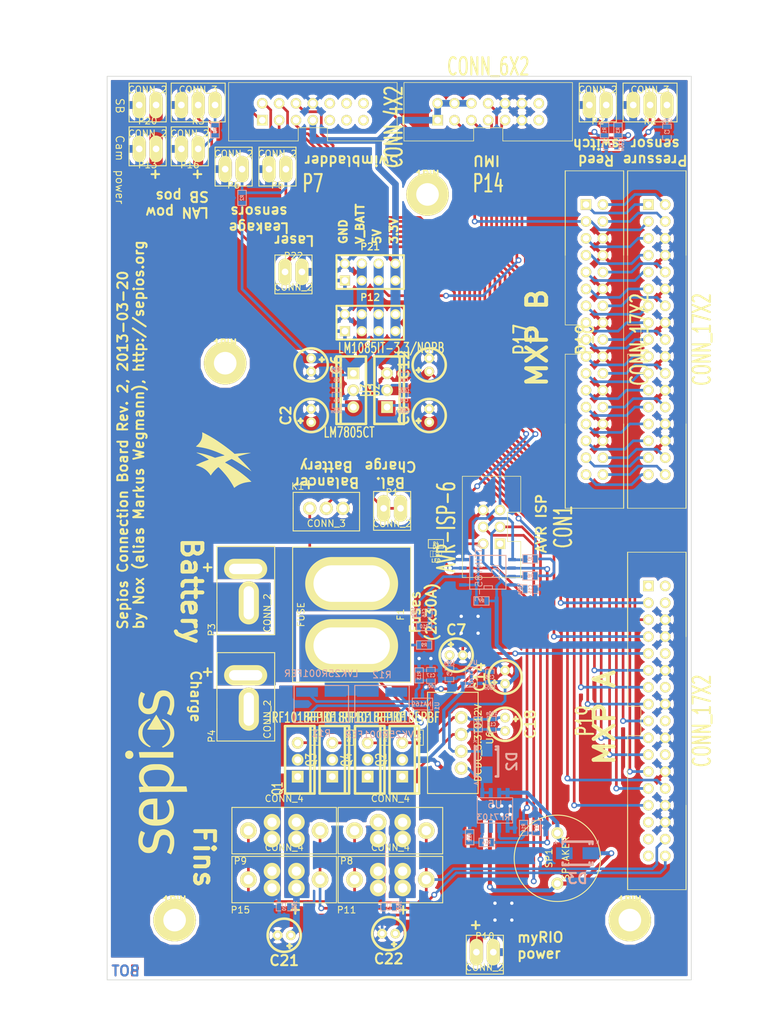
<source format=kicad_pcb>
(kicad_pcb (version 3) (host pcbnew "(2013-07-07 BZR 4022)-stable")
  (title_block (title "Connection Board") (rev 2) (company "Sepios, ETH Zürich") (comment 1 "Used for interconnecting all the electronics in the base unit of Sepios.") (comment 2 http://sepios.org) (comment 4 "by Nox (alias Markus Wegmann)"))
  (layers (15 F.Cu signal) (0 B.Cu signal) (18 B.Paste user) (19 F.Paste user) (20 B.SilkS user) (21 F.SilkS user) (22 B.Mask user) (23 F.Mask user) (28 Edge.Cuts user))
  (net 0 "")
  (net 1 +3.3V)
  (net 2 +5V)
  (net 3 +BATT)
  (net 4 +V)
  (net 5 /BAL)
  (net 6 /CUR_SENSE)
  (net 7 /DBG_LED)
  (net 8 /IMU_/CS)
  (net 9 /IMU_IRQ)
  (net 10 /LEAK_SENSOR)
  (net 11 /MISO)
  (net 12 /MOSI)
  (net 13 /PRESSURE_SENSOR)
  (net 14 /REED)
  (net 15 /SB_/SF)
  (net 16 /SB_EN)
  (net 17 /SB_FB)
  (net 18 /SB_IN1)
  (net 19 /SB_IN2)
  (net 20 /SB_POS)
  (net 21 /SB_PWM)
  (net 22 /SCL)
  (net 23 /SCLK)
  (net 24 /SDA)
  (net 25 /SYS_EN)
  (net 26 /VOLT_SENSE)
  (net 27 GND)
  (net 28 N-0000010)
  (net 29 N-0000016)
  (net 30 N-0000021)
  (net 31 N-0000023)
  (net 32 N-0000027)
  (net 33 N-0000028)
  (net 34 N-0000029)
  (net 35 N-0000030)
  (net 36 N-0000032)
  (net 37 N-0000033)
  (net 38 N-0000034)
  (net 39 N-0000035)
  (net 40 N-0000036)
  (net 41 N-0000037)
  (net 42 N-0000038)
  (net 43 N-0000039)
  (net 44 N-0000040)
  (net 45 N-0000042)
  (net 46 N-0000043)
  (net 47 N-0000044)
  (net 48 N-0000045)
  (net 49 N-0000046)
  (net 50 N-0000047)
  (net 51 N-0000048)
  (net 52 N-0000049)
  (net 53 N-000005)
  (net 54 N-0000055)
  (net 55 N-0000056)
  (net 56 N-0000057)
  (net 57 N-0000058)
  (net 58 N-000006)
  (net 59 N-0000060)
  (net 60 N-0000061)
  (net 61 N-0000062)
  (net 62 N-0000063)
  (net 63 N-0000064)
  (net 64 N-0000076)
  (net 65 N-0000077)
  (net 66 N-000008)
  (net 67 N-0000080)
  (net 68 N-000009)
  (net 69 VCC)
  (net 70 V_SYS)
  (module PRINT_2 (layer F.Cu) (at 53.34 41.8105)
    (fp_text reference P20 (at 0 2.4) (layer F.SilkS))
    (fp_text value CONN_2 (at 0 -2.3) (layer F.SilkS))
    (pad 2 thru_hole oval (at 1.27 0) (size 2 4) (drill 1) (layers *.Cu *.Mask F.SilkS) (net 70 V_SYS))
    (pad 1 thru_hole oval (at -1.27 0) (size 2 4) (drill 1) (layers *.Cu *.Mask F.SilkS) (net 27 GND))
  )
  (module PRINT_2 (layer F.Cu) (at 90.17 102.5165 180)
    (fp_text reference P1 (at 0 2.4 180) (layer F.SilkS))
    (fp_text value CONN_2 (at 0 -2.3 180) (layer F.SilkS))
    (pad 2 thru_hole oval (at 1.27 0 180) (size 2 4) (drill 1) (layers *.Cu *.Mask F.SilkS) (net 5 /BAL))
    (pad 1 thru_hole oval (at -1.27 0 180) (size 2 4) (drill 1) (layers *.Cu *.Mask F.SilkS) (net 5 /BAL))
  )
  (module PRINT_2 (layer F.Cu) (at 72.898 51.4625)
    (fp_text reference P5 (at 0 2.4) (layer F.SilkS))
    (fp_text value CONN_2 (at 0 -2.3) (layer F.SilkS))
    (pad 2 thru_hole oval (at 1.27 0) (size 2 4) (drill 1) (layers *.Cu *.Mask F.SilkS) (net 10 /LEAK_SENSOR))
    (pad 1 thru_hole oval (at -1.27 0) (size 2 4) (drill 1) (layers *.Cu *.Mask F.SilkS) (net 27 GND))
  )
  (module PRINT_2 (layer F.Cu) (at 66.294 51.4625)
    (fp_text reference P6 (at 0 2.4) (layer F.SilkS))
    (fp_text value CONN_2 (at 0 -2.3) (layer F.SilkS))
    (pad 2 thru_hole oval (at 1.27 0) (size 2 4) (drill 1) (layers *.Cu *.Mask F.SilkS) (net 10 /LEAK_SENSOR))
    (pad 1 thru_hole oval (at -1.27 0) (size 2 4) (drill 1) (layers *.Cu *.Mask F.SilkS) (net 27 GND))
  )
  (module PRINT_2 (layer F.Cu) (at 121.158 41.8105)
    (fp_text reference P2 (at 0 2.4) (layer F.SilkS))
    (fp_text value CONN_2 (at 0 -2.3) (layer F.SilkS))
    (pad 2 thru_hole oval (at 1.27 0) (size 2 4) (drill 1) (layers *.Cu *.Mask F.SilkS) (net 65 N-0000077))
    (pad 1 thru_hole oval (at -1.27 0) (size 2 4) (drill 1) (layers *.Cu *.Mask F.SilkS) (net 27 GND))
  )
  (module PRINT_2 (layer F.Cu) (at 59.69 48.4145)
    (fp_text reference P16 (at 0 2.4) (layer F.SilkS))
    (fp_text value CONN_2 (at 0 -2.3) (layer F.SilkS))
    (pad 2 thru_hole oval (at 1.27 0) (size 2 4) (drill 1) (layers *.Cu *.Mask F.SilkS) (net 2 +5V))
    (pad 1 thru_hole oval (at -1.27 0) (size 2 4) (drill 1) (layers *.Cu *.Mask F.SilkS) (net 27 GND))
  )
  (module PRINT_2 (layer F.Cu) (at 53.34 48.4145)
    (fp_text reference P13 (at 0 2.4) (layer F.SilkS))
    (fp_text value CONN_2 (at 0 -2.3) (layer F.SilkS))
    (pad 2 thru_hole oval (at 1.27 0) (size 2 4) (drill 1) (layers *.Cu *.Mask F.SilkS) (net 70 V_SYS))
    (pad 1 thru_hole oval (at -1.27 0) (size 2 4) (drill 1) (layers *.Cu *.Mask F.SilkS) (net 27 GND))
  )
  (module PRINT_2 (layer F.Cu) (at 104.14 169.3185 180)
    (fp_text reference P10 (at 0 2.4 180) (layer F.SilkS))
    (fp_text value CONN_2 (at 0 -2.3 180) (layer F.SilkS))
    (pad 2 thru_hole oval (at 1.27 0 180) (size 2 4) (drill 1) (layers *.Cu *.Mask F.SilkS) (net 70 V_SYS))
    (pad 1 thru_hole oval (at -1.27 0 180) (size 2 4) (drill 1) (layers *.Cu *.Mask F.SilkS) (net 27 GND))
  )
  (module PRINT_3 (layer F.Cu) (at 60.96 41.8105)
    (fp_text reference K3 (at 0 2.4) (layer F.SilkS))
    (fp_text value CONN_3 (at 0 -2.3) (layer F.SilkS))
    (pad 2 thru_hole oval (at 0 0) (size 2 4) (drill 1) (layers *.Cu *.Mask F.SilkS) (net 20 /SB_POS))
    (pad 1 thru_hole oval (at -2.54 0) (size 2 4) (drill 1) (layers *.Cu *.Mask F.SilkS) (net 27 GND))
    (pad 3 thru_hole oval (at 2.54 0) (size 2 4) (drill 1) (layers *.Cu *.Mask F.SilkS) (net 67 N-0000080))
  )
  (module PRINT_3 (layer F.Cu) (at 129.032 41.8105)
    (fp_text reference K2 (at 0 2.4) (layer F.SilkS))
    (fp_text value CONN_3 (at 0 -2.3) (layer F.SilkS))
    (pad 2 thru_hole oval (at 0 0) (size 2 4) (drill 1) (layers *.Cu *.Mask F.SilkS) (net 2 +5V))
    (pad 1 thru_hole oval (at -2.54 0) (size 2 4) (drill 1) (layers *.Cu *.Mask F.SilkS) (net 27 GND))
    (pad 3 thru_hole oval (at 2.54 0) (size 2 4) (drill 1) (layers *.Cu *.Mask F.SilkS) (net 13 /PRESSURE_SENSOR))
  )
  (module FIN_CONNECTOR (layer F.Cu) (at 89.916 158.3965)
    (fp_text reference P11 (at -6.604 4.572) (layer F.SilkS))
    (fp_text value CONN_4 (at 0 -4.826) (layer F.SilkS))
    (pad 1 thru_hole circle (at -1.8415 1.27) (size 2.5 2.5) (drill 1.4) (layers *.Cu *.Mask F.SilkS) (net 27 GND))
    (pad 1 thru_hole circle (at -1.8415 -1.27) (size 2.5 2.5) (drill 1.4) (layers *.Cu *.Mask F.SilkS) (net 27 GND))
    (pad 2 thru_hole circle (at 1.8415 1.27) (size 2.5 2.5) (drill 1.4) (layers *.Cu *.Mask F.SilkS) (net 70 V_SYS))
    (pad 2 thru_hole circle (at 1.8415 -1.27) (size 2.5 2.5) (drill 1.4) (layers *.Cu *.Mask F.SilkS) (net 70 V_SYS))
    (pad 3 thru_hole circle (at 5.4 0) (size 2.5 2.5) (drill 1.4) (layers *.Cu *.Mask F.SilkS) (net 22 /SCL))
    (pad 4 thru_hole circle (at -5.3975 0) (size 2.5 2.5) (drill 1.4) (layers *.Cu *.Mask F.SilkS) (net 24 /SDA))
  )
  (module SOT23-5 (layer B.Cu) (at 102.108 127.9165 90)
    (fp_text reference U4 (at 2.19964 0.29972 360) (layer B.SilkS) (effects (font (size 0.635 0.635) (thickness 0.127)) (justify mirror)))
    (fp_text value LT1761 (at 0 0 90) (layer B.SilkS) (effects (font (size 0.635 0.635) (thickness 0.127)) (justify mirror)))
    (pad 1 smd rect (at -0.9525 -1.27 90) (size 0.508 0.762) (layers B.Cu B.Paste B.Mask) (net 4 +V))
    (pad 3 smd rect (at 0.9525 -1.27 90) (size 0.508 0.762) (layers B.Cu B.Paste B.Mask) (net 4 +V))
    (pad 5 smd rect (at -0.9525 1.27 90) (size 0.508 0.762) (layers B.Cu B.Paste B.Mask) (net 69 VCC))
    (pad 2 smd rect (at 0 -1.27 90) (size 0.508 0.762) (layers B.Cu B.Paste B.Mask) (net 27 GND))
    (pad 4 smd rect (at 0.9525 1.27 90) (size 0.508 0.762) (layers B.Cu B.Paste B.Mask) (net 64 N-0000076))
  )
  (module SO8E (layer B.Cu) (at 105.664 147.9825 180)
    (fp_text reference U5 (at 0 0.889 180) (layer B.SilkS) (effects (font (size 1.143 1.143) (thickness 0.1524)) (justify mirror)))
    (fp_text value IRF7103 (at 0 -1.016 180) (layer B.SilkS) (effects (font (size 0.889 0.889) (thickness 0.1524)) (justify mirror)))
    (pad 8 smd rect (at -1.905 2.667 180) (size 0.59944 1.39954) (layers B.Cu B.Paste B.Mask) (net 30 N-0000021))
    (pad 1 smd rect (at -1.905 -2.667 180) (size 0.59944 1.39954) (layers B.Cu B.Paste B.Mask) (net 27 GND))
    (pad 7 smd rect (at -0.635 2.667 180) (size 0.59944 1.39954) (layers B.Cu B.Paste B.Mask) (net 30 N-0000021))
    (pad 6 smd rect (at 0.635 2.667 180) (size 0.59944 1.39954) (layers B.Cu B.Paste B.Mask) (net 68 N-000009))
    (pad 5 smd rect (at 1.905 2.667 180) (size 0.59944 1.39954) (layers B.Cu B.Paste B.Mask) (net 68 N-000009))
    (pad 2 smd rect (at -0.635 -2.667 180) (size 0.59944 1.39954) (layers B.Cu B.Paste B.Mask) (net 31 N-0000023))
    (pad 3 smd rect (at 0.635 -2.667 180) (size 0.59944 1.39954) (layers B.Cu B.Paste B.Mask) (net 27 GND))
    (pad 4 smd rect (at 1.905 -2.667 180) (size 0.59944 1.39954) (layers B.Cu B.Paste B.Mask) (net 29 N-0000016))
  )
  (module SM0603_Capa (layer B.Cu) (at 91.948 86.2605 90)
    (fp_text reference C10 (at 0 0 360) (layer B.SilkS) (effects (font (size 0.508 0.4572) (thickness 0.1143)) (justify mirror)))
    (fp_text value 100n (at -1.651 0 360) (layer B.SilkS) (effects (font (size 0.508 0.4572) (thickness 0.1143)) (justify mirror)))
    (pad 1 smd rect (at -0.762 0 90) (size 0.635 1.143) (layers B.Cu B.Paste B.Mask) (net 70 V_SYS))
    (pad 2 smd rect (at 0.762 0 90) (size 0.635 1.143) (layers B.Cu B.Paste B.Mask) (net 27 GND))
  )
  (module SM0603_Capa (layer B.Cu) (at 104.902 127.9165 90)
    (fp_text reference C13 (at 0 0 360) (layer B.SilkS) (effects (font (size 0.508 0.4572) (thickness 0.1143)) (justify mirror)))
    (fp_text value 100n (at -1.651 0 360) (layer B.SilkS) (effects (font (size 0.508 0.4572) (thickness 0.1143)) (justify mirror)))
    (pad 1 smd rect (at -0.762 0 90) (size 0.635 1.143) (layers B.Cu B.Paste B.Mask) (net 69 VCC))
    (pad 2 smd rect (at 0.762 0 90) (size 0.635 1.143) (layers B.Cu B.Paste B.Mask) (net 64 N-0000076))
  )
  (module SM0603_Capa (layer B.Cu) (at 110.998 114.681)
    (fp_text reference C15 (at 0 0 270) (layer B.SilkS) (effects (font (size 0.508 0.4572) (thickness 0.1143)) (justify mirror)))
    (fp_text value 100n (at -1.651 0 270) (layer B.SilkS) (effects (font (size 0.508 0.4572) (thickness 0.1143)) (justify mirror)))
    (pad 1 smd rect (at -0.762 0) (size 0.635 1.143) (layers B.Cu B.Paste B.Mask) (net 69 VCC))
    (pad 2 smd rect (at 0.762 0) (size 0.635 1.143) (layers B.Cu B.Paste B.Mask) (net 27 GND))
  )
  (module SM0603_Capa (layer B.Cu) (at 91.948 83.2125 90)
    (fp_text reference C11 (at 0 0 360) (layer B.SilkS) (effects (font (size 0.508 0.4572) (thickness 0.1143)) (justify mirror)))
    (fp_text value 100n (at -1.651 0 360) (layer B.SilkS) (effects (font (size 0.508 0.4572) (thickness 0.1143)) (justify mirror)))
    (pad 1 smd rect (at -0.762 0 90) (size 0.635 1.143) (layers B.Cu B.Paste B.Mask) (net 1 +3.3V))
    (pad 2 smd rect (at 0.762 0 90) (size 0.635 1.143) (layers B.Cu B.Paste B.Mask) (net 27 GND))
  )
  (module SM0603_Capa (layer B.Cu) (at 123.19 47.9065 180)
    (fp_text reference C1 (at 0 0 450) (layer B.SilkS) (effects (font (size 0.508 0.4572) (thickness 0.1143)) (justify mirror)))
    (fp_text value 100n (at -1.651 0 450) (layer B.SilkS) (effects (font (size 0.508 0.4572) (thickness 0.1143)) (justify mirror)))
    (pad 1 smd rect (at -0.762 0 180) (size 0.635 1.143) (layers B.Cu B.Paste B.Mask) (net 14 /REED))
    (pad 2 smd rect (at 0.762 0 180) (size 0.635 1.143) (layers B.Cu B.Paste B.Mask) (net 27 GND))
  )
  (module SM0603_Capa (layer B.Cu) (at 73.914 162.4605 180)
    (fp_text reference C20 (at 0 0 450) (layer B.SilkS) (effects (font (size 0.508 0.4572) (thickness 0.1143)) (justify mirror)))
    (fp_text value 100n (at -1.651 0 450) (layer B.SilkS) (effects (font (size 0.508 0.4572) (thickness 0.1143)) (justify mirror)))
    (pad 1 smd rect (at -0.762 0 180) (size 0.635 1.143) (layers B.Cu B.Paste B.Mask) (net 70 V_SYS))
    (pad 2 smd rect (at 0.762 0 180) (size 0.635 1.143) (layers B.Cu B.Paste B.Mask) (net 27 GND))
  )
  (module SM0603_Capa (layer B.Cu) (at 81.788 86.2605 90)
    (fp_text reference C4 (at 0 0 360) (layer B.SilkS) (effects (font (size 0.508 0.4572) (thickness 0.1143)) (justify mirror)))
    (fp_text value 100n (at -1.651 0 360) (layer B.SilkS) (effects (font (size 0.508 0.4572) (thickness 0.1143)) (justify mirror)))
    (pad 1 smd rect (at -0.762 0 90) (size 0.635 1.143) (layers B.Cu B.Paste B.Mask) (net 70 V_SYS))
    (pad 2 smd rect (at 0.762 0 90) (size 0.635 1.143) (layers B.Cu B.Paste B.Mask) (net 27 GND))
  )
  (module SM0603_Capa (layer B.Cu) (at 81.788 83.2125 270)
    (fp_text reference C5 (at 0 0 540) (layer B.SilkS) (effects (font (size 0.508 0.4572) (thickness 0.1143)) (justify mirror)))
    (fp_text value 100n (at -1.651 0 540) (layer B.SilkS) (effects (font (size 0.508 0.4572) (thickness 0.1143)) (justify mirror)))
    (pad 1 smd rect (at -0.762 0 270) (size 0.635 1.143) (layers B.Cu B.Paste B.Mask) (net 2 +5V))
    (pad 2 smd rect (at 0.762 0 270) (size 0.635 1.143) (layers B.Cu B.Paste B.Mask) (net 27 GND))
  )
  (module SM0603 (layer B.Cu) (at 94.996 123.0905)
    (fp_text reference R9 (at 0 0) (layer B.SilkS) (effects (font (size 0.508 0.4572) (thickness 0.1143)) (justify mirror)))
    (fp_text value 100k hide)
    (pad 1 smd rect (at -0.762 0) (size 0.635 1.143) (layers B.Cu B.Paste B.Mask) (net 53 N-000005))
    (pad 2 smd rect (at 0.762 0) (size 0.635 1.143) (layers B.Cu B.Paste B.Mask) (net 26 /VOLT_SENSE))
  )
  (module SM0603 (layer B.Cu) (at 103.632 116.459)
    (fp_text reference R7 (at 0 0) (layer B.SilkS) (effects (font (size 0.508 0.4572) (thickness 0.1143)) (justify mirror)))
    (fp_text value 47k hide)
    (pad 1 smd rect (at -0.762 0) (size 0.635 1.143) (layers B.Cu B.Paste B.Mask) (net 14 /REED))
    (pad 2 smd rect (at 0.762 0) (size 0.635 1.143) (layers B.Cu B.Paste B.Mask) (net 69 VCC))
  )
  (module SM0603 (layer B.Cu) (at 67.564 55.7805 270)
    (fp_text reference R2 (at 0 0 270) (layer B.SilkS) (effects (font (size 0.508 0.4572) (thickness 0.1143)) (justify mirror)))
    (fp_text value 220k hide)
    (pad 1 smd rect (at -0.762 0 270) (size 0.635 1.143) (layers B.Cu B.Paste B.Mask) (net 10 /LEAK_SENSOR))
    (pad 2 smd rect (at 0.762 0 270) (size 0.635 1.143) (layers B.Cu B.Paste B.Mask) (net 2 +5V))
  )
  (module SM0603 (layer B.Cu) (at 63.5 45.6205 90)
    (fp_text reference R8 (at 0 0 90) (layer B.SilkS) (effects (font (size 0.508 0.4572) (thickness 0.1143)) (justify mirror)))
    (fp_text value 0 hide)
    (pad 1 smd rect (at -0.762 0 90) (size 0.635 1.143) (layers B.Cu B.Paste B.Mask) (net 2 +5V))
    (pad 2 smd rect (at 0.762 0 90) (size 0.635 1.143) (layers B.Cu B.Paste B.Mask) (net 67 N-0000080))
  )
  (module SM0603 (layer F.Cu) (at 96.774 107.8505 180)
    (fp_text reference R4 (at 0 0 180) (layer F.SilkS) (effects (font (size 0.508 0.4572) (thickness 0.1143))))
    (fp_text value 22 hide)
    (pad 1 smd rect (at -0.762 0 180) (size 0.635 1.143) (layers F.Cu F.Paste F.Mask) (net 69 VCC))
    (pad 2 smd rect (at 0.762 0 180) (size 0.635 1.143) (layers F.Cu F.Paste F.Mask) (net 55 N-0000056))
  )
  (module SM0603 (layer B.Cu) (at 94.996 120.2965)
    (fp_text reference R10 (at 0 0) (layer B.SilkS) (effects (font (size 0.508 0.4572) (thickness 0.1143)) (justify mirror)))
    (fp_text value 22k hide)
    (pad 1 smd rect (at -0.762 0) (size 0.635 1.143) (layers B.Cu B.Paste B.Mask) (net 26 /VOLT_SENSE))
    (pad 2 smd rect (at 0.762 0) (size 0.635 1.143) (layers B.Cu B.Paste B.Mask) (net 27 GND))
  )
  (module SM0603 (layer B.Cu) (at 110.998 110.1365 180)
    (fp_text reference R5 (at 0 0 180) (layer B.SilkS) (effects (font (size 0.508 0.4572) (thickness 0.1143)) (justify mirror)))
    (fp_text value 4.7k hide)
    (pad 1 smd rect (at -0.762 0 180) (size 0.635 1.143) (layers B.Cu B.Paste B.Mask) (net 1 +3.3V))
    (pad 2 smd rect (at 0.762 0 180) (size 0.635 1.143) (layers B.Cu B.Paste B.Mask) (net 24 /SDA))
  )
  (module SM0603 (layer B.Cu) (at 122.174 45.6205 270)
    (fp_text reference R1 (at 0 0 270) (layer B.SilkS) (effects (font (size 0.508 0.4572) (thickness 0.1143)) (justify mirror)))
    (fp_text value 10k hide)
    (pad 1 smd rect (at -0.762 0 270) (size 0.635 1.143) (layers B.Cu B.Paste B.Mask) (net 65 N-0000077))
    (pad 2 smd rect (at 0.762 0 270) (size 0.635 1.143) (layers B.Cu B.Paste B.Mask) (net 69 VCC))
  )
  (module SM0603 (layer B.Cu) (at 124.206 45.6205 270)
    (fp_text reference R3 (at 0 0 270) (layer B.SilkS) (effects (font (size 0.508 0.4572) (thickness 0.1143)) (justify mirror)))
    (fp_text value 22 hide)
    (pad 1 smd rect (at -0.762 0 270) (size 0.635 1.143) (layers B.Cu B.Paste B.Mask) (net 65 N-0000077))
    (pad 2 smd rect (at 0.762 0 270) (size 0.635 1.143) (layers B.Cu B.Paste B.Mask) (net 14 /REED))
  )
  (module SM0603 (layer B.Cu) (at 110.998 112.6765 180)
    (fp_text reference R6 (at 0 0 180) (layer B.SilkS) (effects (font (size 0.508 0.4572) (thickness 0.1143)) (justify mirror)))
    (fp_text value 4.7k hide)
    (pad 1 smd rect (at -0.762 0 180) (size 0.635 1.143) (layers B.Cu B.Paste B.Mask) (net 1 +3.3V))
    (pad 2 smd rect (at 0.762 0 180) (size 0.635 1.143) (layers B.Cu B.Paste B.Mask) (net 22 /SCL))
  )
  (module PinArray_2x3_tub (layer F.Cu) (at 105.156 105.3105)
    (fp_text reference CON1 (at 10.79754 0 90) (layer F.SilkS) (effects (font (size 2.6162 1.59766) (thickness 0.3048))))
    (fp_text value AVR-ISP-6 (at -6.79958 0 90) (layer F.SilkS) (effects (font (size 2.6162 1.59766) (thickness 0.3048))))
    (pad 1 thru_hole rect (at 1.27 2.54) (size 1.59766 1.59766) (drill 0.99822) (layers *.Cu *.Mask F.SilkS) (net 25 /SYS_EN))
    (pad 2 thru_hole circle (at -1.27 2.54) (size 1.59766 1.59766) (drill 0.99822) (layers *.Cu *.Mask F.SilkS) (net 69 VCC))
    (pad 3 thru_hole circle (at 1.27 0) (size 1.59766 1.59766) (drill 0.99822) (layers *.Cu *.Mask F.SilkS) (net 22 /SCL))
    (pad 4 thru_hole circle (at -1.27 0) (size 1.59766 1.59766) (drill 0.99822) (layers *.Cu *.Mask F.SilkS) (net 24 /SDA))
    (pad 5 thru_hole circle (at 1.27 -2.54) (size 1.59766 1.59766) (drill 0.99822) (layers *.Cu *.Mask F.SilkS) (net 14 /REED))
    (pad 6 thru_hole circle (at -1.27 -2.54) (size 1.59766 1.59766) (drill 0.99822) (layers *.Cu *.Mask F.SilkS) (net 27 GND))
  )
  (module PinArray_2x17_tub (layer F.Cu) (at 130.048 134.5205 180)
    (fp_text reference P19 (at 10.79754 0 270) (layer F.SilkS) (effects (font (size 2.6162 1.59766) (thickness 0.3048))))
    (fp_text value CONN_17X2 (at -6.79958 0 270) (layer F.SilkS) (effects (font (size 2.6162 1.59766) (thickness 0.3048))))
    (pad 1 thru_hole rect (at 1.27 20.32 180) (size 1.59766 1.59766) (drill 0.99822) (layers *.Cu *.Mask F.SilkS))
    (pad 2 thru_hole circle (at -1.27 20.32 180) (size 1.59766 1.59766) (drill 0.99822) (layers *.Cu *.Mask F.SilkS))
    (pad 3 thru_hole circle (at 1.27 17.78 180) (size 1.59766 1.59766) (drill 0.99822) (layers *.Cu *.Mask F.SilkS) (net 10 /LEAK_SENSOR))
    (pad 4 thru_hole circle (at -1.27 17.78 180) (size 1.59766 1.59766) (drill 0.99822) (layers *.Cu *.Mask F.SilkS))
    (pad 5 thru_hole circle (at 1.27 15.24 180) (size 1.59766 1.59766) (drill 0.99822) (layers *.Cu *.Mask F.SilkS) (net 13 /PRESSURE_SENSOR))
    (pad 6 thru_hole circle (at -1.27 15.24 180) (size 1.59766 1.59766) (drill 0.99822) (layers *.Cu *.Mask F.SilkS) (net 27 GND))
    (pad 7 thru_hole circle (at 1.27 12.7 180) (size 1.59766 1.59766) (drill 0.99822) (layers *.Cu *.Mask F.SilkS) (net 20 /SB_POS))
    (pad 8 thru_hole circle (at -1.27 12.7 180) (size 1.59766 1.59766) (drill 0.99822) (layers *.Cu *.Mask F.SilkS) (net 27 GND))
    (pad 9 thru_hole circle (at 1.27 10.16 180) (size 1.59766 1.59766) (drill 0.99822) (layers *.Cu *.Mask F.SilkS) (net 6 /CUR_SENSE))
    (pad 10 thru_hole circle (at -1.27 10.16 180) (size 1.59766 1.59766) (drill 0.99822) (layers *.Cu *.Mask F.SilkS))
    (pad 11 thru_hole circle (at 1.27 7.62 180) (size 1.59766 1.59766) (drill 0.99822) (layers *.Cu *.Mask F.SilkS) (net 16 /SB_EN))
    (pad 12 thru_hole circle (at -1.27 7.62 180) (size 1.59766 1.59766) (drill 0.99822) (layers *.Cu *.Mask F.SilkS) (net 27 GND))
    (pad 13 thru_hole circle (at 1.27 5.08 180) (size 1.59766 1.59766) (drill 0.99822) (layers *.Cu *.Mask F.SilkS) (net 18 /SB_IN1))
    (pad 14 thru_hole circle (at -1.27 5.08 180) (size 1.59766 1.59766) (drill 0.99822) (layers *.Cu *.Mask F.SilkS))
    (pad 15 thru_hole circle (at 1.27 2.54 180) (size 1.59766 1.59766) (drill 0.99822) (layers *.Cu *.Mask F.SilkS) (net 19 /SB_IN2))
    (pad 16 thru_hole circle (at -1.27 2.54 180) (size 1.59766 1.59766) (drill 0.99822) (layers *.Cu *.Mask F.SilkS) (net 27 GND))
    (pad 17 thru_hole circle (at 1.27 0 180) (size 1.59766 1.59766) (drill 0.99822) (layers *.Cu *.Mask F.SilkS) (net 9 /IMU_IRQ))
    (pad 18 thru_hole circle (at -1.27 0 180) (size 1.59766 1.59766) (drill 0.99822) (layers *.Cu *.Mask F.SilkS))
    (pad 19 thru_hole circle (at 1.27 -2.54 180) (size 1.59766 1.59766) (drill 0.99822) (layers *.Cu *.Mask F.SilkS) (net 8 /IMU_/CS))
    (pad 20 thru_hole circle (at -1.27 -2.54 180) (size 1.59766 1.59766) (drill 0.99822) (layers *.Cu *.Mask F.SilkS) (net 27 GND))
    (pad 21 thru_hole circle (at 1.27 -5.08 180) (size 1.59766 1.59766) (drill 0.99822) (layers *.Cu *.Mask F.SilkS) (net 23 /SCLK))
    (pad 22 thru_hole circle (at -1.27 -5.08 180) (size 1.59766 1.59766) (drill 0.99822) (layers *.Cu *.Mask F.SilkS))
    (pad 23 thru_hole circle (at 1.27 -7.62 180) (size 1.59766 1.59766) (drill 0.99822) (layers *.Cu *.Mask F.SilkS) (net 11 /MISO))
    (pad 24 thru_hole circle (at -1.27 -7.62 180) (size 1.59766 1.59766) (drill 0.99822) (layers *.Cu *.Mask F.SilkS) (net 27 GND))
    (pad 25 thru_hole circle (at 1.27 -10.16 180) (size 1.59766 1.59766) (drill 0.99822) (layers *.Cu *.Mask F.SilkS) (net 12 /MOSI))
    (pad 26 thru_hole circle (at -1.27 -10.16 180) (size 1.59766 1.59766) (drill 0.99822) (layers *.Cu *.Mask F.SilkS) (net 15 /SB_/SF))
    (pad 27 thru_hole circle (at 1.27 -12.7 180) (size 1.59766 1.59766) (drill 0.99822) (layers *.Cu *.Mask F.SilkS) (net 21 /SB_PWM))
    (pad 28 thru_hole circle (at -1.27 -12.7 180) (size 1.59766 1.59766) (drill 0.99822) (layers *.Cu *.Mask F.SilkS) (net 27 GND))
    (pad 29 thru_hole circle (at 1.27 -15.24 180) (size 1.59766 1.59766) (drill 0.99822) (layers *.Cu *.Mask F.SilkS))
    (pad 30 thru_hole circle (at -1.27 -15.24 180) (size 1.59766 1.59766) (drill 0.99822) (layers *.Cu *.Mask F.SilkS) (net 27 GND))
    (pad 31 thru_hole circle (at 1.27 -17.78 180) (size 1.59766 1.59766) (drill 0.99822) (layers *.Cu *.Mask F.SilkS))
    (pad 32 thru_hole circle (at -1.27 -17.78 180) (size 1.59766 1.59766) (drill 0.99822) (layers *.Cu *.Mask F.SilkS) (net 22 /SCL))
    (pad 33 thru_hole circle (at 1.27 -20.32 180) (size 1.59766 1.59766) (drill 0.99822) (layers *.Cu *.Mask F.SilkS))
    (pad 34 thru_hole circle (at -1.27 -20.32 180) (size 1.59766 1.59766) (drill 0.99822) (layers *.Cu *.Mask F.SilkS) (net 24 /SDA))
  )
  (module PinArray_2x17_tub (layer F.Cu) (at 120.65 77.1165 180)
    (fp_text reference P17 (at 10.79754 0 270) (layer F.SilkS) (effects (font (size 2.6162 1.59766) (thickness 0.3048))))
    (fp_text value CONN_17X2 (at -6.79958 0 270) (layer F.SilkS) (effects (font (size 2.6162 1.59766) (thickness 0.3048))))
    (pad 1 thru_hole rect (at 1.27 20.32 180) (size 1.59766 1.59766) (drill 0.99822) (layers *.Cu *.Mask F.SilkS) (net 56 N-0000057))
    (pad 2 thru_hole circle (at -1.27 20.32 180) (size 1.59766 1.59766) (drill 0.99822) (layers *.Cu *.Mask F.SilkS) (net 44 N-0000040))
    (pad 3 thru_hole circle (at 1.27 17.78 180) (size 1.59766 1.59766) (drill 0.99822) (layers *.Cu *.Mask F.SilkS) (net 17 /SB_FB))
    (pad 4 thru_hole circle (at -1.27 17.78 180) (size 1.59766 1.59766) (drill 0.99822) (layers *.Cu *.Mask F.SilkS) (net 43 N-0000039))
    (pad 5 thru_hole circle (at 1.27 15.24 180) (size 1.59766 1.59766) (drill 0.99822) (layers *.Cu *.Mask F.SilkS) (net 57 N-0000058))
    (pad 6 thru_hole circle (at -1.27 15.24 180) (size 1.59766 1.59766) (drill 0.99822) (layers *.Cu *.Mask F.SilkS) (net 27 GND))
    (pad 7 thru_hole circle (at 1.27 12.7 180) (size 1.59766 1.59766) (drill 0.99822) (layers *.Cu *.Mask F.SilkS) (net 54 N-0000055))
    (pad 8 thru_hole circle (at -1.27 12.7 180) (size 1.59766 1.59766) (drill 0.99822) (layers *.Cu *.Mask F.SilkS) (net 27 GND))
    (pad 9 thru_hole circle (at 1.27 10.16 180) (size 1.59766 1.59766) (drill 0.99822) (layers *.Cu *.Mask F.SilkS) (net 59 N-0000060))
    (pad 10 thru_hole circle (at -1.27 10.16 180) (size 1.59766 1.59766) (drill 0.99822) (layers *.Cu *.Mask F.SilkS) (net 40 N-0000036))
    (pad 11 thru_hole circle (at 1.27 7.62 180) (size 1.59766 1.59766) (drill 0.99822) (layers *.Cu *.Mask F.SilkS) (net 60 N-0000061))
    (pad 12 thru_hole circle (at -1.27 7.62 180) (size 1.59766 1.59766) (drill 0.99822) (layers *.Cu *.Mask F.SilkS) (net 27 GND))
    (pad 13 thru_hole circle (at 1.27 5.08 180) (size 1.59766 1.59766) (drill 0.99822) (layers *.Cu *.Mask F.SilkS) (net 63 N-0000064))
    (pad 14 thru_hole circle (at -1.27 5.08 180) (size 1.59766 1.59766) (drill 0.99822) (layers *.Cu *.Mask F.SilkS) (net 39 N-0000035))
    (pad 15 thru_hole circle (at 1.27 2.54 180) (size 1.59766 1.59766) (drill 0.99822) (layers *.Cu *.Mask F.SilkS) (net 47 N-0000044))
    (pad 16 thru_hole circle (at -1.27 2.54 180) (size 1.59766 1.59766) (drill 0.99822) (layers *.Cu *.Mask F.SilkS) (net 27 GND))
    (pad 17 thru_hole circle (at 1.27 0 180) (size 1.59766 1.59766) (drill 0.99822) (layers *.Cu *.Mask F.SilkS) (net 49 N-0000046))
    (pad 18 thru_hole circle (at -1.27 0 180) (size 1.59766 1.59766) (drill 0.99822) (layers *.Cu *.Mask F.SilkS) (net 28 N-0000010))
    (pad 19 thru_hole circle (at 1.27 -2.54 180) (size 1.59766 1.59766) (drill 0.99822) (layers *.Cu *.Mask F.SilkS) (net 51 N-0000048))
    (pad 20 thru_hole circle (at -1.27 -2.54 180) (size 1.59766 1.59766) (drill 0.99822) (layers *.Cu *.Mask F.SilkS) (net 27 GND))
    (pad 21 thru_hole circle (at 1.27 -5.08 180) (size 1.59766 1.59766) (drill 0.99822) (layers *.Cu *.Mask F.SilkS) (net 61 N-0000062))
    (pad 22 thru_hole circle (at -1.27 -5.08 180) (size 1.59766 1.59766) (drill 0.99822) (layers *.Cu *.Mask F.SilkS) (net 41 N-0000037))
    (pad 23 thru_hole circle (at 1.27 -7.62 180) (size 1.59766 1.59766) (drill 0.99822) (layers *.Cu *.Mask F.SilkS) (net 52 N-0000049))
    (pad 24 thru_hole circle (at -1.27 -7.62 180) (size 1.59766 1.59766) (drill 0.99822) (layers *.Cu *.Mask F.SilkS) (net 27 GND))
    (pad 25 thru_hole circle (at 1.27 -10.16 180) (size 1.59766 1.59766) (drill 0.99822) (layers *.Cu *.Mask F.SilkS) (net 48 N-0000045))
    (pad 26 thru_hole circle (at -1.27 -10.16 180) (size 1.59766 1.59766) (drill 0.99822) (layers *.Cu *.Mask F.SilkS) (net 42 N-0000038))
    (pad 27 thru_hole circle (at 1.27 -12.7 180) (size 1.59766 1.59766) (drill 0.99822) (layers *.Cu *.Mask F.SilkS) (net 50 N-0000047))
    (pad 28 thru_hole circle (at -1.27 -12.7 180) (size 1.59766 1.59766) (drill 0.99822) (layers *.Cu *.Mask F.SilkS) (net 27 GND))
    (pad 29 thru_hole circle (at 1.27 -15.24 180) (size 1.59766 1.59766) (drill 0.99822) (layers *.Cu *.Mask F.SilkS) (net 45 N-0000042))
    (pad 30 thru_hole circle (at -1.27 -15.24 180) (size 1.59766 1.59766) (drill 0.99822) (layers *.Cu *.Mask F.SilkS) (net 27 GND))
    (pad 31 thru_hole circle (at 1.27 -17.78 180) (size 1.59766 1.59766) (drill 0.99822) (layers *.Cu *.Mask F.SilkS) (net 62 N-0000063))
    (pad 32 thru_hole circle (at -1.27 -17.78 180) (size 1.59766 1.59766) (drill 0.99822) (layers *.Cu *.Mask F.SilkS) (net 37 N-0000033))
    (pad 33 thru_hole circle (at 1.27 -20.32 180) (size 1.59766 1.59766) (drill 0.99822) (layers *.Cu *.Mask F.SilkS) (net 46 N-0000043))
    (pad 34 thru_hole circle (at -1.27 -20.32 180) (size 1.59766 1.59766) (drill 0.99822) (layers *.Cu *.Mask F.SilkS) (net 38 N-0000034))
  )
  (module PinArray_2x17_tub (layer F.Cu) (at 130.048 77.1165 180)
    (fp_text reference P18 (at 10.79754 0 270) (layer F.SilkS) (effects (font (size 2.6162 1.59766) (thickness 0.3048))))
    (fp_text value CONN_17X2 (at -6.79958 0 270) (layer F.SilkS) (effects (font (size 2.6162 1.59766) (thickness 0.3048))))
    (pad 1 thru_hole rect (at 1.27 20.32 180) (size 1.59766 1.59766) (drill 0.99822) (layers *.Cu *.Mask F.SilkS) (net 56 N-0000057))
    (pad 2 thru_hole circle (at -1.27 20.32 180) (size 1.59766 1.59766) (drill 0.99822) (layers *.Cu *.Mask F.SilkS) (net 44 N-0000040))
    (pad 3 thru_hole circle (at 1.27 17.78 180) (size 1.59766 1.59766) (drill 0.99822) (layers *.Cu *.Mask F.SilkS) (net 17 /SB_FB))
    (pad 4 thru_hole circle (at -1.27 17.78 180) (size 1.59766 1.59766) (drill 0.99822) (layers *.Cu *.Mask F.SilkS) (net 43 N-0000039))
    (pad 5 thru_hole circle (at 1.27 15.24 180) (size 1.59766 1.59766) (drill 0.99822) (layers *.Cu *.Mask F.SilkS) (net 57 N-0000058))
    (pad 6 thru_hole circle (at -1.27 15.24 180) (size 1.59766 1.59766) (drill 0.99822) (layers *.Cu *.Mask F.SilkS) (net 27 GND))
    (pad 7 thru_hole circle (at 1.27 12.7 180) (size 1.59766 1.59766) (drill 0.99822) (layers *.Cu *.Mask F.SilkS) (net 54 N-0000055))
    (pad 8 thru_hole circle (at -1.27 12.7 180) (size 1.59766 1.59766) (drill 0.99822) (layers *.Cu *.Mask F.SilkS) (net 27 GND))
    (pad 9 thru_hole circle (at 1.27 10.16 180) (size 1.59766 1.59766) (drill 0.99822) (layers *.Cu *.Mask F.SilkS) (net 59 N-0000060))
    (pad 10 thru_hole circle (at -1.27 10.16 180) (size 1.59766 1.59766) (drill 0.99822) (layers *.Cu *.Mask F.SilkS) (net 40 N-0000036))
    (pad 11 thru_hole circle (at 1.27 7.62 180) (size 1.59766 1.59766) (drill 0.99822) (layers *.Cu *.Mask F.SilkS) (net 60 N-0000061))
    (pad 12 thru_hole circle (at -1.27 7.62 180) (size 1.59766 1.59766) (drill 0.99822) (layers *.Cu *.Mask F.SilkS) (net 27 GND))
    (pad 13 thru_hole circle (at 1.27 5.08 180) (size 1.59766 1.59766) (drill 0.99822) (layers *.Cu *.Mask F.SilkS) (net 63 N-0000064))
    (pad 14 thru_hole circle (at -1.27 5.08 180) (size 1.59766 1.59766) (drill 0.99822) (layers *.Cu *.Mask F.SilkS) (net 39 N-0000035))
    (pad 15 thru_hole circle (at 1.27 2.54 180) (size 1.59766 1.59766) (drill 0.99822) (layers *.Cu *.Mask F.SilkS) (net 47 N-0000044))
    (pad 16 thru_hole circle (at -1.27 2.54 180) (size 1.59766 1.59766) (drill 0.99822) (layers *.Cu *.Mask F.SilkS) (net 27 GND))
    (pad 17 thru_hole circle (at 1.27 0 180) (size 1.59766 1.59766) (drill 0.99822) (layers *.Cu *.Mask F.SilkS) (net 49 N-0000046))
    (pad 18 thru_hole circle (at -1.27 0 180) (size 1.59766 1.59766) (drill 0.99822) (layers *.Cu *.Mask F.SilkS) (net 28 N-0000010))
    (pad 19 thru_hole circle (at 1.27 -2.54 180) (size 1.59766 1.59766) (drill 0.99822) (layers *.Cu *.Mask F.SilkS) (net 51 N-0000048))
    (pad 20 thru_hole circle (at -1.27 -2.54 180) (size 1.59766 1.59766) (drill 0.99822) (layers *.Cu *.Mask F.SilkS) (net 27 GND))
    (pad 21 thru_hole circle (at 1.27 -5.08 180) (size 1.59766 1.59766) (drill 0.99822) (layers *.Cu *.Mask F.SilkS) (net 61 N-0000062))
    (pad 22 thru_hole circle (at -1.27 -5.08 180) (size 1.59766 1.59766) (drill 0.99822) (layers *.Cu *.Mask F.SilkS) (net 41 N-0000037))
    (pad 23 thru_hole circle (at 1.27 -7.62 180) (size 1.59766 1.59766) (drill 0.99822) (layers *.Cu *.Mask F.SilkS) (net 52 N-0000049))
    (pad 24 thru_hole circle (at -1.27 -7.62 180) (size 1.59766 1.59766) (drill 0.99822) (layers *.Cu *.Mask F.SilkS) (net 27 GND))
    (pad 25 thru_hole circle (at 1.27 -10.16 180) (size 1.59766 1.59766) (drill 0.99822) (layers *.Cu *.Mask F.SilkS) (net 48 N-0000045))
    (pad 26 thru_hole circle (at -1.27 -10.16 180) (size 1.59766 1.59766) (drill 0.99822) (layers *.Cu *.Mask F.SilkS) (net 42 N-0000038))
    (pad 27 thru_hole circle (at 1.27 -12.7 180) (size 1.59766 1.59766) (drill 0.99822) (layers *.Cu *.Mask F.SilkS) (net 50 N-0000047))
    (pad 28 thru_hole circle (at -1.27 -12.7 180) (size 1.59766 1.59766) (drill 0.99822) (layers *.Cu *.Mask F.SilkS) (net 27 GND))
    (pad 29 thru_hole circle (at 1.27 -15.24 180) (size 1.59766 1.59766) (drill 0.99822) (layers *.Cu *.Mask F.SilkS) (net 45 N-0000042))
    (pad 30 thru_hole circle (at -1.27 -15.24 180) (size 1.59766 1.59766) (drill 0.99822) (layers *.Cu *.Mask F.SilkS) (net 27 GND))
    (pad 31 thru_hole circle (at 1.27 -17.78 180) (size 1.59766 1.59766) (drill 0.99822) (layers *.Cu *.Mask F.SilkS) (net 62 N-0000063))
    (pad 32 thru_hole circle (at -1.27 -17.78 180) (size 1.59766 1.59766) (drill 0.99822) (layers *.Cu *.Mask F.SilkS) (net 37 N-0000033))
    (pad 33 thru_hole circle (at 1.27 -20.32 180) (size 1.59766 1.59766) (drill 0.99822) (layers *.Cu *.Mask F.SilkS) (net 46 N-0000043))
    (pad 34 thru_hole circle (at -1.27 -20.32 180) (size 1.59766 1.59766) (drill 0.99822) (layers *.Cu *.Mask F.SilkS) (net 38 N-0000034))
  )
  (module pin_array_4x2 (layer F.Cu) (at 86.868 74.5765)
    (fp_text reference P12 (at 0 -3.81) (layer F.SilkS) (effects (font (size 1.016 1.016) (thickness 0.2032))))
    (fp_text value CONN_4X2 hide)
    (pad 1 thru_hole rect (at -3.81 1.27) (size 1.524 1.524) (drill 1.016) (layers *.Cu *.Mask F.SilkS) (net 27 GND))
    (pad 2 thru_hole circle (at -3.81 -1.27) (size 1.524 1.524) (drill 1.016) (layers *.Cu *.Mask F.SilkS) (net 27 GND))
    (pad 3 thru_hole circle (at -1.27 1.27) (size 1.524 1.524) (drill 1.016) (layers *.Cu *.Mask F.SilkS) (net 70 V_SYS))
    (pad 4 thru_hole circle (at -1.27 -1.27) (size 1.524 1.524) (drill 1.016) (layers *.Cu *.Mask F.SilkS) (net 70 V_SYS))
    (pad 5 thru_hole circle (at 1.27 1.27) (size 1.524 1.524) (drill 1.016) (layers *.Cu *.Mask F.SilkS) (net 2 +5V))
    (pad 6 thru_hole circle (at 1.27 -1.27) (size 1.524 1.524) (drill 1.016) (layers *.Cu *.Mask F.SilkS) (net 2 +5V))
    (pad 7 thru_hole circle (at 3.81 1.27) (size 1.524 1.524) (drill 1.016) (layers *.Cu *.Mask F.SilkS) (net 1 +3.3V))
    (pad 8 thru_hole circle (at 3.81 -1.27) (size 1.524 1.524) (drill 1.016) (layers *.Cu *.Mask F.SilkS) (net 1 +3.3V))
  )
  (module FUSE_BLADE (layer F.Cu) (at 84.074 118.5185 270)
    (fp_text reference F1 (at 0 -7.366 270) (layer F.SilkS))
    (fp_text value FUSE (at 0 7.62 270) (layer F.SilkS))
    (pad 1 thru_hole oval (at -4.675 0 270) (size 8 14) (drill oval 5.5 11.5) (layers *.Cu *.Mask F.SilkS) (net 3 +BATT))
    (pad 2 thru_hole oval (at 4.675 0 270) (size 8 14) (drill oval 5.5 11.5) (layers *.Cu *.Mask F.SilkS) (net 53 N-000005))
  )
  (module Diode-SMA_Standard_RevA_26July2010 (layer B.Cu) (at 104.394 140.6165 90)
    (fp_text reference D2 (at 0 3.81 90) (layer B.SilkS) (effects (font (size 1.524 1.524) (thickness 0.3048)) (justify mirror)))
    (fp_text value DIODE hide)
    (fp_text user A (at -3.29946 -1.6002 90) (layer B.SilkS) (effects (font (size 0.50038 0.50038) (thickness 0.09906)) (justify mirror)))
    (fp_text user K (at 2.99974 -1.69926 90) (layer B.SilkS) (effects (font (size 0.50038 0.50038) (thickness 0.09906)) (justify mirror)))
    (pad 1 smd rect (at -1.99898 0 90) (size 2.49936 1.80086) (layers B.Cu B.Paste B.Mask) (net 68 N-000009))
    (pad 2 smd rect (at 1.99898 0 90) (size 2.49936 1.80086) (layers B.Cu B.Paste B.Mask) (net 69 VCC))
  )
  (module SM0603_Capa (layer B.Cu) (at 98.806 127.4085 270)
    (fp_text reference C9 (at 0 0 540) (layer B.SilkS) (effects (font (size 0.508 0.4572) (thickness 0.1143)) (justify mirror)))
    (fp_text value 100n (at -1.651 0 540) (layer B.SilkS) (effects (font (size 0.508 0.4572) (thickness 0.1143)) (justify mirror)))
    (pad 1 smd rect (at -0.762 0 270) (size 0.635 1.143) (layers B.Cu B.Paste B.Mask) (net 4 +V))
    (pad 2 smd rect (at 0.762 0 270) (size 0.635 1.143) (layers B.Cu B.Paste B.Mask) (net 27 GND))
  )
  (module SM0603_Capa (layer B.Cu) (at 131.572 45.8745 270)
    (fp_text reference C3 (at 0 0 540) (layer B.SilkS) (effects (font (size 0.508 0.4572) (thickness 0.1143)) (justify mirror)))
    (fp_text value 470p (at -1.651 0 540) (layer B.SilkS) (effects (font (size 0.508 0.4572) (thickness 0.1143)) (justify mirror)))
    (pad 1 smd rect (at -0.762 0 270) (size 0.635 1.143) (layers B.Cu B.Paste B.Mask) (net 13 /PRESSURE_SENSOR))
    (pad 2 smd rect (at 0.762 0 270) (size 0.635 1.143) (layers B.Cu B.Paste B.Mask) (net 27 GND))
  )
  (module XH3_PLUG (layer F.Cu) (at 80.264 102.5165 180)
    (fp_text reference K1 (at 4.318 3.302 180) (layer F.SilkS))
    (fp_text value CONN_3 (at 0 -2.286 180) (layer F.SilkS))
    (pad 1 thru_hole circle (at -2.5 0 180) (size 2 2) (drill 1.2) (layers *.Cu *.Mask F.SilkS) (net 27 GND))
    (pad 2 thru_hole circle (at 0 0 180) (size 2 2) (drill 1.2) (layers *.Cu *.Mask F.SilkS) (net 5 /BAL))
    (pad 3 thru_hole circle (at 2.5 0 180) (size 2 2) (drill 1.2) (layers *.Cu *.Mask F.SilkS) (net 3 +BATT))
  )
  (module TO220_VERT_123 (layer F.Cu) (at 75.946 140.3625)
    (fp_text reference Q1 (at -3.048 4.318 90) (layer F.SilkS) (effects (font (size 1.524 1.016) (thickness 0.2032))))
    (fp_text value IRF1018EPBF (at 0.635 -6.35) (layer F.SilkS) (effects (font (size 1.524 1.016) (thickness 0.2032))))
    (pad 1 thru_hole circle (at 0 -2.54) (size 1.778 1.778) (drill 1.016) (layers *.Cu *.Mask F.SilkS) (net 34 N-0000029))
    (pad 2 thru_hole circle (at 0 0) (size 1.778 1.778) (drill 1.016) (layers *.Cu *.Mask F.SilkS) (net 4 +V))
    (pad 3 thru_hole rect (at 0 2.54) (size 1.778 1.778) (drill 1.016) (layers *.Cu *.Mask F.SilkS) (net 70 V_SYS))
  )
  (module TO220_VERT_123 (layer F.Cu) (at 91.694 140.3625)
    (fp_text reference Q2 (at -3.175 0 90) (layer F.SilkS) (effects (font (size 1.524 1.016) (thickness 0.2032))))
    (fp_text value IRF1018EPBF (at 0.635 -6.35) (layer F.SilkS) (effects (font (size 1.524 1.016) (thickness 0.2032))))
    (pad 1 thru_hole circle (at 0 -2.54) (size 1.778 1.778) (drill 1.016) (layers *.Cu *.Mask F.SilkS) (net 32 N-0000027))
    (pad 2 thru_hole circle (at 0 0) (size 1.778 1.778) (drill 1.016) (layers *.Cu *.Mask F.SilkS) (net 4 +V))
    (pad 3 thru_hole rect (at 0 2.54) (size 1.778 1.778) (drill 1.016) (layers *.Cu *.Mask F.SilkS) (net 70 V_SYS))
  )
  (module SOT23-5 (layer B.Cu) (at 94.742 131.9805)
    (fp_text reference U1 (at 2.19964 0.29972 270) (layer B.SilkS) (effects (font (size 0.635 0.635) (thickness 0.127)) (justify mirror)))
    (fp_text value INA169 (at 0 0) (layer B.SilkS) (effects (font (size 0.635 0.635) (thickness 0.127)) (justify mirror)))
    (pad 1 smd rect (at -0.9525 -1.27) (size 0.508 0.762) (layers B.Cu B.Paste B.Mask) (net 6 /CUR_SENSE))
    (pad 3 smd rect (at 0.9525 -1.27) (size 0.508 0.762) (layers B.Cu B.Paste B.Mask) (net 58 N-000006))
    (pad 5 smd rect (at -0.9525 1.27) (size 0.508 0.762) (layers B.Cu B.Paste B.Mask) (net 53 N-000005))
    (pad 2 smd rect (at 0 -1.27) (size 0.508 0.762) (layers B.Cu B.Paste B.Mask) (net 27 GND))
    (pad 4 smd rect (at 0.9525 1.27) (size 0.508 0.762) (layers B.Cu B.Paste B.Mask) (net 66 N-000008))
  )
  (module SM0603_Capa (layer B.Cu) (at 94.996 118.2645)
    (fp_text reference C16 (at 0 0 270) (layer B.SilkS) (effects (font (size 0.508 0.4572) (thickness 0.1143)) (justify mirror)))
    (fp_text value 100n (at -1.651 0 270) (layer B.SilkS) (effects (font (size 0.508 0.4572) (thickness 0.1143)) (justify mirror)))
    (pad 1 smd rect (at -0.762 0) (size 0.635 1.143) (layers B.Cu B.Paste B.Mask) (net 26 /VOLT_SENSE))
    (pad 2 smd rect (at 0.762 0) (size 0.635 1.143) (layers B.Cu B.Paste B.Mask) (net 27 GND))
  )
  (module SM0603 (layer B.Cu) (at 104.394 152.8085 180)
    (fp_text reference R14 (at 0 0 180) (layer B.SilkS) (effects (font (size 0.508 0.4572) (thickness 0.1143)) (justify mirror)))
    (fp_text value 22 hide)
    (pad 1 smd rect (at -0.762 0 180) (size 0.635 1.143) (layers B.Cu B.Paste B.Mask) (net 25 /SYS_EN))
    (pad 2 smd rect (at 0.762 0 180) (size 0.635 1.143) (layers B.Cu B.Paste B.Mask) (net 29 N-0000016))
  )
  (module SM0603 (layer B.Cu) (at 103.124 135.0285 270)
    (fp_text reference R15 (at 0 0 270) (layer B.SilkS) (effects (font (size 0.508 0.4572) (thickness 0.1143)) (justify mirror)))
    (fp_text value 4.7k hide)
    (pad 1 smd rect (at -0.762 0 270) (size 0.635 1.143) (layers B.Cu B.Paste B.Mask) (net 36 N-0000032))
    (pad 2 smd rect (at 0.762 0 270) (size 0.635 1.143) (layers B.Cu B.Paste B.Mask) (net 70 V_SYS))
  )
  (module SM0603 (layer B.Cu) (at 94.234 127.6625 90)
    (fp_text reference R13 (at 0 0 90) (layer B.SilkS) (effects (font (size 0.508 0.4572) (thickness 0.1143)) (justify mirror)))
    (fp_text value 82k hide)
    (pad 1 smd rect (at -0.762 0 90) (size 0.635 1.143) (layers B.Cu B.Paste B.Mask) (net 6 /CUR_SENSE))
    (pad 2 smd rect (at 0.762 0 90) (size 0.635 1.143) (layers B.Cu B.Paste B.Mask) (net 27 GND))
  )
  (module pin_array_4x2 (layer F.Cu) (at 86.868 66.9565)
    (fp_text reference P21 (at 0 -3.81) (layer F.SilkS) (effects (font (size 1.016 1.016) (thickness 0.2032))))
    (fp_text value CONN_4X2 hide)
    (pad 1 thru_hole rect (at -3.81 1.27) (size 1.524 1.524) (drill 1.016) (layers *.Cu *.Mask F.SilkS) (net 27 GND))
    (pad 2 thru_hole circle (at -3.81 -1.27) (size 1.524 1.524) (drill 1.016) (layers *.Cu *.Mask F.SilkS) (net 27 GND))
    (pad 3 thru_hole circle (at -1.27 1.27) (size 1.524 1.524) (drill 1.016) (layers *.Cu *.Mask F.SilkS) (net 70 V_SYS))
    (pad 4 thru_hole circle (at -1.27 -1.27) (size 1.524 1.524) (drill 1.016) (layers *.Cu *.Mask F.SilkS) (net 70 V_SYS))
    (pad 5 thru_hole circle (at 1.27 1.27) (size 1.524 1.524) (drill 1.016) (layers *.Cu *.Mask F.SilkS) (net 2 +5V))
    (pad 6 thru_hole circle (at 1.27 -1.27) (size 1.524 1.524) (drill 1.016) (layers *.Cu *.Mask F.SilkS) (net 2 +5V))
    (pad 7 thru_hole circle (at 3.81 1.27) (size 1.524 1.524) (drill 1.016) (layers *.Cu *.Mask F.SilkS) (net 1 +3.3V))
    (pad 8 thru_hole circle (at 3.81 -1.27) (size 1.524 1.524) (drill 1.016) (layers *.Cu *.Mask F.SilkS) (net 1 +3.3V))
  )
  (module LVK25R001FER (layer B.Cu) (at 88.646 131.9805 270)
    (fp_text reference R12 (at -4.4 0 540) (layer B.SilkS) (effects (justify mirror)))
    (fp_text value LVK25R001FER (at 4.6 0 540) (layer B.SilkS) (effects (justify mirror)))
    (pad 1 smd rect (at -1.8 2.15 270) (size 1.4 3.3) (layers B.Cu B.Paste B.Mask) (net 53 N-000005))
    (pad 2 smd rect (at 1.8 2.15 270) (size 1.4 3.3) (layers B.Cu B.Paste B.Mask) (net 4 +V))
    (pad 3 smd rect (at -1.8 -2.15 270) (size 1.4 3.3) (layers B.Cu B.Paste B.Mask) (net 58 N-000006))
    (pad 4 smd rect (at 1.8 -2.15 270) (size 1.4 3.3) (layers B.Cu B.Paste B.Mask) (net 66 N-000008))
  )
  (module Elko_vert_DM5_RM2_WITHOUT_CU_INDICATOR (layer F.Cu) (at 73.914 166.7785 180)
    (fp_text reference C21 (at 0 -3.81 180) (layer F.SilkS) (effects (font (size 1.524 1.524) (thickness 0.3048))))
    (fp_text value 47u hide)
    (pad 1 thru_hole circle (at -1.00076 0 180) (size 1.48082 1.48082) (drill 0.8001) (layers *.Cu *.Mask F.SilkS) (net 70 V_SYS))
    (pad 2 thru_hole circle (at 1.00076 0 180) (size 1.48082 1.48082) (drill 0.8001) (layers *.Cu *.Mask F.SilkS) (net 27 GND))
  )
  (module Elko_vert_DM5_RM2_WITHOUT_CU_INDICATOR (layer F.Cu) (at 89.662 166.5245 180)
    (fp_text reference C22 (at 0 -3.81 180) (layer F.SilkS) (effects (font (size 1.524 1.524) (thickness 0.3048))))
    (fp_text value 47u hide)
    (pad 1 thru_hole circle (at -1.00076 0 180) (size 1.48082 1.48082) (drill 0.8001) (layers *.Cu *.Mask F.SilkS) (net 70 V_SYS))
    (pad 2 thru_hole circle (at 1.00076 0 180) (size 1.48082 1.48082) (drill 0.8001) (layers *.Cu *.Mask F.SilkS) (net 27 GND))
  )
  (module TO220_VERT_123 (layer F.Cu) (at 84.328 84.7365 180)
    (fp_text reference U2 (at -3.175 0 270) (layer F.SilkS) (effects (font (size 1.524 1.016) (thickness 0.2032))))
    (fp_text value LM7805CT (at 0.635 -6.35 180) (layer F.SilkS) (effects (font (size 1.524 1.016) (thickness 0.2032))))
    (pad 1 thru_hole circle (at 0 -2.54 180) (size 1.778 1.778) (drill 1.016) (layers *.Cu *.Mask F.SilkS) (net 70 V_SYS))
    (pad 2 thru_hole circle (at 0 0 180) (size 1.778 1.778) (drill 1.016) (layers *.Cu *.Mask F.SilkS) (net 27 GND))
    (pad 3 thru_hole rect (at 0 2.54 180) (size 1.778 1.778) (drill 1.016) (layers *.Cu *.Mask F.SilkS) (net 2 +5V))
  )
  (module TO220_VERT_123 (layer F.Cu) (at 89.408 84.7365)
    (fp_text reference U3 (at -3.175 0 90) (layer F.SilkS) (effects (font (size 1.524 1.016) (thickness 0.2032))))
    (fp_text value LM1085IT-3.3/NOPB (at 0.635 -6.35) (layer F.SilkS) (effects (font (size 1.524 1.016) (thickness 0.2032))))
    (pad 1 thru_hole circle (at 0 -2.54) (size 1.778 1.778) (drill 1.016) (layers *.Cu *.Mask F.SilkS) (net 27 GND))
    (pad 2 thru_hole circle (at 0 0) (size 1.778 1.778) (drill 1.016) (layers *.Cu *.Mask F.SilkS) (net 1 +3.3V))
    (pad 3 thru_hole rect (at 0 2.54) (size 1.778 1.778) (drill 1.016) (layers *.Cu *.Mask F.SilkS) (net 70 V_SYS))
  )
  (module MEE1S0505SC (layer F.Cu) (at 100.584 137.8225 90)
    (fp_text reference U6 (at 0.762 4.318 90) (layer F.SilkS))
    (fp_text value DCDC_3.3TO12V (at 0 2.54 90) (layer F.SilkS))
    (pad 1 thru_hole circle (at -3.81 0 90) (size 1.95 1.95) (drill 1.15) (layers *.Cu *.Mask F.SilkS) (net 68 N-000009))
    (pad 2 thru_hole circle (at -1.27 0 90) (size 1.95 1.95) (drill 1.15) (layers *.Cu *.Mask F.SilkS) (net 69 VCC))
    (pad 3 thru_hole circle (at 1.27 0 90) (size 1.95 1.95) (drill 1.15) (layers *.Cu *.Mask F.SilkS) (net 70 V_SYS))
    (pad 4 thru_hole circle (at 3.81 0 90) (size 1.95 1.95) (drill 1.15) (layers *.Cu *.Mask F.SilkS) (net 36 N-0000032))
  )
  (module LVK25R001FER (layer B.Cu) (at 79.502 131.9805 90)
    (fp_text reference R11 (at -4.4 0 360) (layer B.SilkS) (effects (justify mirror)))
    (fp_text value LVK25R001FER (at 4.6 0 360) (layer B.SilkS) (effects (justify mirror)))
    (pad 1 smd rect (at -1.8 2.15 90) (size 1.4 3.3) (layers B.Cu B.Paste B.Mask) (net 4 +V))
    (pad 2 smd rect (at 1.8 2.15 90) (size 1.4 3.3) (layers B.Cu B.Paste B.Mask) (net 53 N-000005))
    (pad 3 smd rect (at -1.8 -2.15 90) (size 1.4 3.3) (layers B.Cu B.Paste B.Mask) (net 66 N-000008))
    (pad 4 smd rect (at 1.8 -2.15 90) (size 1.4 3.3) (layers B.Cu B.Paste B.Mask) (net 58 N-000006))
  )
  (module LED-0603 (layer F.Cu) (at 96.774 109.3745)
    (fp_text reference D1 (at 0 -1.016) (layer F.SilkS) (effects (font (size 0.508 0.508) (thickness 0.127))))
    (fp_text value LED (at 0 1.016) (layer F.SilkS) (effects (font (size 0.508 0.508) (thickness 0.127))))
    (pad 1 smd rect (at -0.7493 0) (size 0.79756 0.79756) (layers F.Cu F.Paste F.Mask) (net 55 N-0000056))
    (pad 2 smd rect (at 0.7493 0) (size 0.79756 0.79756) (layers F.Cu F.Paste F.Mask) (net 7 /DBG_LED))
  )
  (module Elko_vert_DM5_RM2_WITHOUT_CU_INDICATOR (layer F.Cu) (at 95.758 80.9265 90)
    (fp_text reference C12 (at 0 -3.81 90) (layer F.SilkS) (effects (font (size 1.524 1.524) (thickness 0.3048))))
    (fp_text value 22u hide)
    (pad 1 thru_hole circle (at -1.00076 0 90) (size 1.48082 1.48082) (drill 0.8001) (layers *.Cu *.Mask F.SilkS) (net 1 +3.3V))
    (pad 2 thru_hole circle (at 1.00076 0 90) (size 1.48082 1.48082) (drill 0.8001) (layers *.Cu *.Mask F.SilkS) (net 27 GND))
  )
  (module Elko_vert_DM5_RM2_WITHOUT_CU_INDICATOR (layer F.Cu) (at 107.188 127.9165 90)
    (fp_text reference C14 (at 0 -3.81 90) (layer F.SilkS) (effects (font (size 1.524 1.524) (thickness 0.3048))))
    (fp_text value 47u hide)
    (pad 1 thru_hole circle (at -1.00076 0 90) (size 1.48082 1.48082) (drill 0.8001) (layers *.Cu *.Mask F.SilkS) (net 69 VCC))
    (pad 2 thru_hole circle (at 1.00076 0 90) (size 1.48082 1.48082) (drill 0.8001) (layers *.Cu *.Mask F.SilkS) (net 27 GND))
  )
  (module Elko_vert_DM5_RM2_WITHOUT_CU_INDICATOR (layer F.Cu) (at 99.822 124.6145)
    (fp_text reference C7 (at 0 -3.81) (layer F.SilkS) (effects (font (size 1.524 1.524) (thickness 0.3048))))
    (fp_text value 47u hide)
    (pad 1 thru_hole circle (at -1.00076 0) (size 1.48082 1.48082) (drill 0.8001) (layers *.Cu *.Mask F.SilkS) (net 4 +V))
    (pad 2 thru_hole circle (at 1.00076 0) (size 1.48082 1.48082) (drill 0.8001) (layers *.Cu *.Mask F.SilkS) (net 27 GND))
  )
  (module Elko_vert_DM5_RM2_WITHOUT_CU_INDICATOR (layer F.Cu) (at 95.758 88.5465 90)
    (fp_text reference C8 (at 0 -3.81 90) (layer F.SilkS) (effects (font (size 1.524 1.524) (thickness 0.3048))))
    (fp_text value 47u hide)
    (pad 1 thru_hole circle (at -1.00076 0 90) (size 1.48082 1.48082) (drill 0.8001) (layers *.Cu *.Mask F.SilkS) (net 70 V_SYS))
    (pad 2 thru_hole circle (at 1.00076 0 90) (size 1.48082 1.48082) (drill 0.8001) (layers *.Cu *.Mask F.SilkS) (net 27 GND))
  )
  (module Elko_vert_DM5_RM2_WITHOUT_CU_INDICATOR (layer F.Cu) (at 107.188 135.0285 270)
    (fp_text reference C18 (at 0 -3.81 270) (layer F.SilkS) (effects (font (size 1.524 1.524) (thickness 0.3048))))
    (fp_text value 4.7u hide)
    (pad 1 thru_hole circle (at -1.00076 0 270) (size 1.48082 1.48082) (drill 0.8001) (layers *.Cu *.Mask F.SilkS) (net 36 N-0000032))
    (pad 2 thru_hole circle (at 1.00076 0 270) (size 1.48082 1.48082) (drill 0.8001) (layers *.Cu *.Mask F.SilkS) (net 70 V_SYS))
  )
  (module Elko_vert_DM5_RM2_WITHOUT_CU_INDICATOR (layer F.Cu) (at 77.978 80.9265 270)
    (fp_text reference C6 (at 0 -3.81 270) (layer F.SilkS) (effects (font (size 1.524 1.524) (thickness 0.3048))))
    (fp_text value 22u hide)
    (pad 1 thru_hole circle (at -1.00076 0 270) (size 1.48082 1.48082) (drill 0.8001) (layers *.Cu *.Mask F.SilkS) (net 2 +5V))
    (pad 2 thru_hole circle (at 1.00076 0 270) (size 1.48082 1.48082) (drill 0.8001) (layers *.Cu *.Mask F.SilkS) (net 27 GND))
  )
  (module Elko_vert_DM5_RM2_WITHOUT_CU_INDICATOR (layer F.Cu) (at 77.978 88.5465 90)
    (fp_text reference C2 (at 0 -3.81 90) (layer F.SilkS) (effects (font (size 1.524 1.524) (thickness 0.3048))))
    (fp_text value 47u hide)
    (pad 1 thru_hole circle (at -1.00076 0 90) (size 1.48082 1.48082) (drill 0.8001) (layers *.Cu *.Mask F.SilkS) (net 70 V_SYS))
    (pad 2 thru_hole circle (at 1.00076 0 90) (size 1.48082 1.48082) (drill 0.8001) (layers *.Cu *.Mask F.SilkS) (net 27 GND))
  )
  (module SM0603_Capa (layer B.Cu) (at 96.012 127.6625 90)
    (fp_text reference C17 (at 0 0 360) (layer B.SilkS) (effects (font (size 0.508 0.4572) (thickness 0.1143)) (justify mirror)))
    (fp_text value 100n (at -1.651 0 360) (layer B.SilkS) (effects (font (size 0.508 0.4572) (thickness 0.1143)) (justify mirror)))
    (pad 1 smd rect (at -0.762 0 90) (size 0.635 1.143) (layers B.Cu B.Paste B.Mask) (net 6 /CUR_SENSE))
    (pad 2 smd rect (at 0.762 0 90) (size 0.635 1.143) (layers B.Cu B.Paste B.Mask) (net 27 GND))
  )
  (module SM0603_Capa (layer B.Cu) (at 105.156 135.0285 270)
    (fp_text reference C19 (at 0 0 540) (layer B.SilkS) (effects (font (size 0.508 0.4572) (thickness 0.1143)) (justify mirror)))
    (fp_text value 100n (at -1.651 0 540) (layer B.SilkS) (effects (font (size 0.508 0.4572) (thickness 0.1143)) (justify mirror)))
    (pad 1 smd rect (at -0.762 0 270) (size 0.635 1.143) (layers B.Cu B.Paste B.Mask) (net 36 N-0000032))
    (pad 2 smd rect (at 0.762 0 270) (size 0.635 1.143) (layers B.Cu B.Paste B.Mask) (net 70 V_SYS))
  )
  (module SM0603_Capa (layer B.Cu) (at 89.662 162.4605 180)
    (fp_text reference C23 (at 0 0 450) (layer B.SilkS) (effects (font (size 0.508 0.4572) (thickness 0.1143)) (justify mirror)))
    (fp_text value 100n (at -1.651 0 450) (layer B.SilkS) (effects (font (size 0.508 0.4572) (thickness 0.1143)) (justify mirror)))
    (pad 1 smd rect (at -0.762 0 180) (size 0.635 1.143) (layers B.Cu B.Paste B.Mask) (net 70 V_SYS))
    (pad 2 smd rect (at 0.762 0 180) (size 0.635 1.143) (layers B.Cu B.Paste B.Mask) (net 27 GND))
  )
  (module TO220_VERT_123 (layer F.Cu) (at 81.153 140.3625)
    (fp_text reference Q3 (at -3.175 0 90) (layer F.SilkS) (effects (font (size 1.524 1.016) (thickness 0.2032))))
    (fp_text value IRF1018EPBF (at 0.635 -6.35) (layer F.SilkS) (effects (font (size 1.524 1.016) (thickness 0.2032))))
    (pad 1 thru_hole circle (at 0 -2.54) (size 1.778 1.778) (drill 1.016) (layers *.Cu *.Mask F.SilkS) (net 35 N-0000030))
    (pad 2 thru_hole circle (at 0 0) (size 1.778 1.778) (drill 1.016) (layers *.Cu *.Mask F.SilkS) (net 4 +V))
    (pad 3 thru_hole rect (at 0 2.54) (size 1.778 1.778) (drill 1.016) (layers *.Cu *.Mask F.SilkS) (net 70 V_SYS))
  )
  (module TO220_VERT_123 (layer F.Cu) (at 86.487 140.3625)
    (fp_text reference Q4 (at -3.175 0 90) (layer F.SilkS) (effects (font (size 1.524 1.016) (thickness 0.2032))))
    (fp_text value IRF1018EPBF (at 0.635 -6.35) (layer F.SilkS) (effects (font (size 1.524 1.016) (thickness 0.2032))))
    (pad 1 thru_hole circle (at 0 -2.54) (size 1.778 1.778) (drill 1.016) (layers *.Cu *.Mask F.SilkS) (net 33 N-0000028))
    (pad 2 thru_hole circle (at 0 0) (size 1.778 1.778) (drill 1.016) (layers *.Cu *.Mask F.SilkS) (net 4 +V))
    (pad 3 thru_hole rect (at 0 2.54) (size 1.778 1.778) (drill 1.016) (layers *.Cu *.Mask F.SilkS) (net 70 V_SYS))
  )
  (module 1pin (layer F.Cu) (at 57.404 164.4925)
    (fp_text reference 1PIN (at 0 -3.048) (layer F.SilkS) (effects (font (size 1.016 1.016) (thickness 0.254))))
    (fp_text value P*** hide)
    (pad "" np_thru_hole circle (at 0 0) (size 6.4 6.4) (drill 3.4) (layers *.Cu *.Mask F.SilkS))
  )
  (module 1pin (layer F.Cu) (at 125.984 164.4925)
    (fp_text reference 1PIN (at 0 -3.048) (layer F.SilkS) (effects (font (size 1.016 1.016) (thickness 0.254))))
    (fp_text value P*** hide)
    (pad 1 np_thru_hole circle (at 0 0) (size 6.4 6.4) (drill 3.4) (layers *.Cu *.Mask F.SilkS))
  )
  (module 1pin (layer F.Cu) (at 65.024 80.6725)
    (fp_text reference 1PIN (at 0 -3.048) (layer F.SilkS) (effects (font (size 1.016 1.016) (thickness 0.254))))
    (fp_text value P*** hide)
    (pad 1 np_thru_hole circle (at 0 0) (size 6.4 6.4) (drill 3.4) (layers *.Cu *.Mask F.SilkS))
  )
  (module 1pin (layer F.Cu) (at 95.504 55.2725)
    (fp_text reference 1PIN (at 0 -3.048) (layer F.SilkS) (effects (font (size 1.016 1.016) (thickness 0.254))))
    (fp_text value P*** hide)
    (pad 1 np_thru_hole circle (at 0 0) (size 6.4 6.4) (drill 3.4) (layers *.Cu *.Mask F.SilkS))
  )
  (module FIN_CONNECTOR (layer F.Cu) (at 89.916 151.0305)
    (fp_text reference P8 (at -6.604 4.572) (layer F.SilkS))
    (fp_text value CONN_4 (at 0 -4.826) (layer F.SilkS))
    (pad 1 thru_hole circle (at -1.8415 1.27) (size 2.5 2.5) (drill 1.4) (layers *.Cu *.Mask F.SilkS) (net 27 GND))
    (pad 1 thru_hole circle (at -1.8415 -1.27) (size 2.5 2.5) (drill 1.4) (layers *.Cu *.Mask F.SilkS) (net 27 GND))
    (pad 2 thru_hole circle (at 1.8415 1.27) (size 2.5 2.5) (drill 1.4) (layers *.Cu *.Mask F.SilkS) (net 70 V_SYS))
    (pad 2 thru_hole circle (at 1.8415 -1.27) (size 2.5 2.5) (drill 1.4) (layers *.Cu *.Mask F.SilkS) (net 70 V_SYS))
    (pad 3 thru_hole circle (at 5.4 0) (size 2.5 2.5) (drill 1.4) (layers *.Cu *.Mask F.SilkS) (net 22 /SCL))
    (pad 4 thru_hole circle (at -5.3975 0) (size 2.5 2.5) (drill 1.4) (layers *.Cu *.Mask F.SilkS) (net 24 /SDA))
  )
  (module FIN_CONNECTOR (layer F.Cu) (at 73.914 151.0305)
    (fp_text reference P9 (at -6.604 4.572) (layer F.SilkS))
    (fp_text value CONN_4 (at 0 -4.826) (layer F.SilkS))
    (pad 1 thru_hole circle (at -1.8415 1.27) (size 2.5 2.5) (drill 1.4) (layers *.Cu *.Mask F.SilkS) (net 27 GND))
    (pad 1 thru_hole circle (at -1.8415 -1.27) (size 2.5 2.5) (drill 1.4) (layers *.Cu *.Mask F.SilkS) (net 27 GND))
    (pad 2 thru_hole circle (at 1.8415 1.27) (size 2.5 2.5) (drill 1.4) (layers *.Cu *.Mask F.SilkS) (net 70 V_SYS))
    (pad 2 thru_hole circle (at 1.8415 -1.27) (size 2.5 2.5) (drill 1.4) (layers *.Cu *.Mask F.SilkS) (net 70 V_SYS))
    (pad 3 thru_hole circle (at 5.4 0) (size 2.5 2.5) (drill 1.4) (layers *.Cu *.Mask F.SilkS) (net 22 /SCL))
    (pad 4 thru_hole circle (at -5.3975 0) (size 2.5 2.5) (drill 1.4) (layers *.Cu *.Mask F.SilkS) (net 24 /SDA))
  )
  (module FIN_CONNECTOR (layer F.Cu) (at 73.914 158.3965)
    (fp_text reference P15 (at -6.604 4.572) (layer F.SilkS))
    (fp_text value CONN_4 (at 0 -4.826) (layer F.SilkS))
    (pad 1 thru_hole circle (at -1.8415 1.27) (size 2.5 2.5) (drill 1.4) (layers *.Cu *.Mask F.SilkS) (net 27 GND))
    (pad 1 thru_hole circle (at -1.8415 -1.27) (size 2.5 2.5) (drill 1.4) (layers *.Cu *.Mask F.SilkS) (net 27 GND))
    (pad 2 thru_hole circle (at 1.8415 1.27) (size 2.5 2.5) (drill 1.4) (layers *.Cu *.Mask F.SilkS) (net 70 V_SYS))
    (pad 2 thru_hole circle (at 1.8415 -1.27) (size 2.5 2.5) (drill 1.4) (layers *.Cu *.Mask F.SilkS) (net 70 V_SYS))
    (pad 3 thru_hole circle (at 5.4 0) (size 2.5 2.5) (drill 1.4) (layers *.Cu *.Mask F.SilkS) (net 22 /SCL))
    (pad 4 thru_hole circle (at -5.3975 0) (size 2.5 2.5) (drill 1.4) (layers *.Cu *.Mask F.SilkS) (net 24 /SDA))
  )
  (module T_PLUG (layer F.Cu) (at 68.58 116.7405 90)
    (fp_text reference P3 (at -4.064 -5.588 90) (layer F.SilkS))
    (fp_text value CONN_2 (at -1.524 2.794 90) (layer F.SilkS))
    (pad 1 thru_hole oval (at 0 0 90) (size 6.5 3.05) (drill oval 5 1.55) (layers *.Cu *.Mask F.SilkS) (net 27 GND))
    (pad 2 thru_hole oval (at 5.1 -0.475 180) (size 6.5 3.05) (drill oval 5 1.55) (layers *.Cu *.Mask F.SilkS) (net 3 +BATT))
  )
  (module T_PLUG (layer F.Cu) (at 68.58 132.7425 90)
    (fp_text reference P4 (at -4.064 -5.588 90) (layer F.SilkS))
    (fp_text value CONN_2 (at -1.524 2.794 90) (layer F.SilkS))
    (pad 1 thru_hole oval (at 0 0 90) (size 6.5 3.05) (drill oval 5 1.55) (layers *.Cu *.Mask F.SilkS) (net 27 GND))
    (pad 2 thru_hole oval (at 5.1 -0.475 180) (size 6.5 3.05) (drill oval 5 1.55) (layers *.Cu *.Mask F.SilkS) (net 3 +BATT))
  )
  (module PinArray_2x7_tub (layer F.Cu) (at 78.232 42.8265 270)
    (fp_text reference P7 (at 10.79754 0 360) (layer F.SilkS) (effects (font (size 2.6162 1.59766) (thickness 0.3048))))
    (fp_text value CONN_4X2 (at 2.286 -12.192 270) (layer F.SilkS) (effects (font (size 2.6162 1.59766) (thickness 0.3048))))
    (pad 1 thru_hole rect (at 1.27 7.62 270) (size 1.59766 1.59766) (drill 0.99822) (layers *.Cu *.Mask F.SilkS) (net 17 /SB_FB))
    (pad 2 thru_hole circle (at -1.27 7.62 270) (size 1.59766 1.59766) (drill 0.99822) (layers *.Cu *.Mask F.SilkS) (net 15 /SB_/SF))
    (pad 3 thru_hole circle (at 1.27 5.08 270) (size 1.59766 1.59766) (drill 0.99822) (layers *.Cu *.Mask F.SilkS) (net 21 /SB_PWM))
    (pad 4 thru_hole circle (at -1.27 5.08 270) (size 1.59766 1.59766) (drill 0.99822) (layers *.Cu *.Mask F.SilkS) (net 18 /SB_IN1))
    (pad 5 thru_hole circle (at 1.27 2.54 270) (size 1.59766 1.59766) (drill 0.99822) (layers *.Cu *.Mask F.SilkS) (net 19 /SB_IN2))
    (pad 6 thru_hole circle (at -1.27 2.54 270) (size 1.59766 1.59766) (drill 0.99822) (layers *.Cu *.Mask F.SilkS) (net 16 /SB_EN))
    (pad 7 thru_hole circle (at 1.27 0 270) (size 1.59766 1.59766) (drill 0.99822) (layers *.Cu *.Mask F.SilkS) (net 1 +3.3V))
    (pad 8 thru_hole circle (at -1.27 0 270) (size 1.59766 1.59766) (drill 0.99822) (layers *.Cu *.Mask F.SilkS) (net 27 GND))
    (pad 9 thru_hole circle (at 1.27 -2.54 270) (size 1.59766 1.59766) (drill 0.99822) (layers *.Cu *.Mask F.SilkS))
    (pad 10 thru_hole circle (at -1.27 -2.54 270) (size 1.59766 1.59766) (drill 0.99822) (layers *.Cu *.Mask F.SilkS))
    (pad 11 thru_hole circle (at 1.27 -5.08 270) (size 1.59766 1.59766) (drill 0.99822) (layers *.Cu *.Mask F.SilkS))
    (pad 12 thru_hole circle (at -1.27 -5.08 270) (size 1.59766 1.59766) (drill 0.99822) (layers *.Cu *.Mask F.SilkS))
    (pad 13 thru_hole circle (at 1.27 -7.62 270) (size 1.59766 1.59766) (drill 0.99822) (layers *.Cu *.Mask F.SilkS))
    (pad 14 thru_hole circle (at -1.27 -7.62 270) (size 1.59766 1.59766) (drill 0.99822) (layers *.Cu *.Mask F.SilkS))
  )
  (module PinArray_2x7_tub (layer F.Cu) (at 104.648 42.8265 270)
    (fp_text reference P14 (at 10.79754 0 360) (layer F.SilkS) (effects (font (size 2.6162 1.59766) (thickness 0.3048))))
    (fp_text value CONN_6X2 (at -6.79958 0 360) (layer F.SilkS) (effects (font (size 2.6162 1.59766) (thickness 0.3048))))
    (pad 1 thru_hole rect (at 1.27 7.62 270) (size 1.59766 1.59766) (drill 0.99822) (layers *.Cu *.Mask F.SilkS) (net 1 +3.3V))
    (pad 2 thru_hole circle (at -1.27 7.62 270) (size 1.59766 1.59766) (drill 0.99822) (layers *.Cu *.Mask F.SilkS) (net 1 +3.3V))
    (pad 3 thru_hole circle (at 1.27 5.08 270) (size 1.59766 1.59766) (drill 0.99822) (layers *.Cu *.Mask F.SilkS) (net 8 /IMU_/CS))
    (pad 4 thru_hole circle (at -1.27 5.08 270) (size 1.59766 1.59766) (drill 0.99822) (layers *.Cu *.Mask F.SilkS) (net 1 +3.3V))
    (pad 5 thru_hole circle (at 1.27 2.54 270) (size 1.59766 1.59766) (drill 0.99822) (layers *.Cu *.Mask F.SilkS) (net 23 /SCLK))
    (pad 6 thru_hole circle (at -1.27 2.54 270) (size 1.59766 1.59766) (drill 0.99822) (layers *.Cu *.Mask F.SilkS) (net 1 +3.3V))
    (pad 7 thru_hole circle (at 1.27 0 270) (size 1.59766 1.59766) (drill 0.99822) (layers *.Cu *.Mask F.SilkS) (net 12 /MOSI))
    (pad 8 thru_hole circle (at -1.27 0 270) (size 1.59766 1.59766) (drill 0.99822) (layers *.Cu *.Mask F.SilkS) (net 9 /IMU_IRQ))
    (pad 9 thru_hole circle (at 1.27 -2.54 270) (size 1.59766 1.59766) (drill 0.99822) (layers *.Cu *.Mask F.SilkS) (net 11 /MISO))
    (pad 10 thru_hole circle (at -1.27 -2.54 270) (size 1.59766 1.59766) (drill 0.99822) (layers *.Cu *.Mask F.SilkS) (net 27 GND))
    (pad 11 thru_hole circle (at 1.27 -5.08 270) (size 1.59766 1.59766) (drill 0.99822) (layers *.Cu *.Mask F.SilkS) (net 27 GND))
    (pad 12 thru_hole circle (at -1.27 -5.08 270) (size 1.59766 1.59766) (drill 0.99822) (layers *.Cu *.Mask F.SilkS) (net 27 GND))
    (pad 13 thru_hole circle (at 1.27 -7.62 270) (size 1.59766 1.59766) (drill 0.99822) (layers *.Cu *.Mask F.SilkS))
    (pad 14 thru_hole circle (at -1.27 -7.62 270) (size 1.59766 1.59766) (drill 0.99822) (layers *.Cu *.Mask F.SilkS))
  )
  (module sepios_logo (layer F.Cu) (at 54.61 142.24 90)
    (fp_text reference VAL hide)
    (fp_text value sepios_logo hide)
  )
  (module nox_logo (layer F.Cu) (at 64.77 95.25 90)
    (fp_text reference VAL hide)
    (fp_text value nox_logo hide)
  )
  (module SM0603 (layer B.Cu) (at 109.982 150.622 270)
    (fp_text reference R16 (at 0 0 270) (layer B.SilkS) (effects (font (size 0.508 0.4572) (thickness 0.1143)) (justify mirror)))
    (fp_text value 22 hide)
    (pad 1 smd rect (at -0.762 0 270) (size 0.635 1.143) (layers B.Cu B.Paste B.Mask) (net 7 /DBG_LED))
    (pad 2 smd rect (at 0.762 0 270) (size 0.635 1.143) (layers B.Cu B.Paste B.Mask) (net 31 N-0000023))
  )
  (module PRINT_2 (layer F.Cu) (at 75.311 66.929 180)
    (fp_text reference P22 (at 0 2.4 180) (layer F.SilkS))
    (fp_text value CONN_2 (at 0 -2.3 180) (layer F.SilkS))
    (pad 2 thru_hole oval (at 1.27 0 180) (size 2 4) (drill 1) (layers *.Cu *.Mask F.SilkS) (net 1 +3.3V))
    (pad 1 thru_hole oval (at -1.27 0 180) (size 2 4) (drill 1) (layers *.Cu *.Mask F.SilkS) (net 27 GND))
  )
  (module Diode-SMA_Standard_RevA_26July2010 (layer B.Cu) (at 118.11 154.432)
    (fp_text reference D3 (at 0 3.81) (layer B.SilkS) (effects (font (size 1.524 1.524) (thickness 0.3048)) (justify mirror)))
    (fp_text value DIODE hide)
    (fp_text user A (at -3.29946 -1.6002) (layer B.SilkS) (effects (font (size 0.50038 0.50038) (thickness 0.09906)) (justify mirror)))
    (fp_text user K (at 2.99974 -1.69926) (layer B.SilkS) (effects (font (size 0.50038 0.50038) (thickness 0.09906)) (justify mirror)))
    (pad 1 smd rect (at -1.99898 0) (size 2.49936 1.80086) (layers B.Cu B.Paste B.Mask) (net 30 N-0000021))
    (pad 2 smd rect (at 1.99898 0) (size 2.49936 1.80086) (layers B.Cu B.Paste B.Mask) (net 4 +V))
  )
  (module SM0603 (layer B.Cu) (at 111.887 150.622 90)
    (fp_text reference R17 (at 0 0 90) (layer B.SilkS) (effects (font (size 0.508 0.4572) (thickness 0.1143)) (justify mirror)))
    (fp_text value 100k hide)
    (pad 1 smd rect (at -0.762 0 90) (size 0.635 1.143) (layers B.Cu B.Paste B.Mask) (net 31 N-0000023))
    (pad 2 smd rect (at 0.762 0 90) (size 0.635 1.143) (layers B.Cu B.Paste B.Mask) (net 27 GND))
  )
  (module SM0603 (layer F.Cu) (at 78.613 137.033 270)
    (fp_text reference R21 (at 0 0 270) (layer F.SilkS) (effects (font (size 0.508 0.4572) (thickness 0.1143))))
    (fp_text value 10 hide)
    (pad 1 smd rect (at -0.762 0 270) (size 0.635 1.143) (layers F.Cu F.Paste F.Mask) (net 36 N-0000032))
    (pad 2 smd rect (at 0.762 0 270) (size 0.635 1.143) (layers F.Cu F.Paste F.Mask) (net 34 N-0000029))
  )
  (module SM0603 (layer F.Cu) (at 94.234 137.033 270)
    (fp_text reference R20 (at 0 0 270) (layer F.SilkS) (effects (font (size 0.508 0.4572) (thickness 0.1143))))
    (fp_text value 10 hide)
    (pad 1 smd rect (at -0.762 0 270) (size 0.635 1.143) (layers F.Cu F.Paste F.Mask) (net 36 N-0000032))
    (pad 2 smd rect (at 0.762 0 270) (size 0.635 1.143) (layers F.Cu F.Paste F.Mask) (net 32 N-0000027))
  )
  (module SM0603 (layer F.Cu) (at 83.693 137.033 270)
    (fp_text reference R19 (at 0 0 270) (layer F.SilkS) (effects (font (size 0.508 0.4572) (thickness 0.1143))))
    (fp_text value 10 hide)
    (pad 1 smd rect (at -0.762 0 270) (size 0.635 1.143) (layers F.Cu F.Paste F.Mask) (net 36 N-0000032))
    (pad 2 smd rect (at 0.762 0 270) (size 0.635 1.143) (layers F.Cu F.Paste F.Mask) (net 35 N-0000030))
  )
  (module SM0603 (layer F.Cu) (at 89.154 137.033 270)
    (fp_text reference R18 (at 0 0 270) (layer F.SilkS) (effects (font (size 0.508 0.4572) (thickness 0.1143))))
    (fp_text value 10 hide)
    (pad 1 smd rect (at -0.762 0 270) (size 0.635 1.143) (layers F.Cu F.Paste F.Mask) (net 36 N-0000032))
    (pad 2 smd rect (at 0.762 0 270) (size 0.635 1.143) (layers F.Cu F.Paste F.Mask) (net 33 N-0000028))
  )
  (module CPM121 (layer F.Cu) (at 115.062 155.194 90)
    (fp_text reference SP1 (at 0 -1.27 90) (layer F.SilkS))
    (fp_text value SPEAKER (at 0 1.27 90) (layer F.SilkS))
    (pad 1 thru_hole circle (at -3.8 0 90) (size 1.8 1.8) (drill 1) (layers *.Cu *.Mask F.SilkS) (net 4 +V))
    (pad 2 thru_hole circle (at 3.8 0 90) (size 1.8 1.8) (drill 1) (layers *.Cu *.Mask F.SilkS) (net 30 N-0000021))
  )
  (module SM0603 (layer B.Cu) (at 101.854 152.019 90)
    (fp_text reference R22 (at 0 0 90) (layer B.SilkS) (effects (font (size 0.508 0.4572) (thickness 0.1143)) (justify mirror)))
    (fp_text value 10k hide)
    (pad 1 smd rect (at -0.762 0 90) (size 0.635 1.143) (layers B.Cu B.Paste B.Mask) (net 29 N-0000016))
    (pad 2 smd rect (at 0.762 0 90) (size 0.635 1.143) (layers B.Cu B.Paste B.Mask) (net 27 GND))
  )
  (module SO8W (layer B.Cu) (at 104.521 112.141 90)
    (fp_text reference IC1 (at 0 1.27 90) (layer B.SilkS) (effects (font (size 1.143 1.016) (thickness 0.127)) (justify mirror)))
    (fp_text value ATTINY85-S (at 0 -1.27 90) (layer B.SilkS) (effects (font (size 1.016 1.016) (thickness 0.127)) (justify mirror)))
    (pad 8 smd rect (at -1.905 3.7 90) (size 0.508 1.143) (layers B.Cu B.Paste B.Mask) (net 69 VCC))
    (pad 7 smd rect (at -0.635 3.7 90) (size 0.508 1.143) (layers B.Cu B.Paste B.Mask) (net 22 /SCL))
    (pad 6 smd rect (at 0.635 3.7 90) (size 0.508 1.143) (layers B.Cu B.Paste B.Mask) (net 25 /SYS_EN))
    (pad 5 smd rect (at 1.905 3.7 90) (size 0.508 1.143) (layers B.Cu B.Paste B.Mask) (net 24 /SDA))
    (pad 4 smd rect (at 1.905 -3.7 90) (size 0.508 1.143) (layers B.Cu B.Paste B.Mask) (net 27 GND))
    (pad 3 smd rect (at 0.635 -3.7 90) (size 0.508 1.143) (layers B.Cu B.Paste B.Mask) (net 7 /DBG_LED))
    (pad 2 smd rect (at -0.635 -3.7 90) (size 0.508 1.143) (layers B.Cu B.Paste B.Mask) (net 26 /VOLT_SENSE))
    (pad 1 smd rect (at -1.905 -3.7 90) (size 0.508 1.143) (layers B.Cu B.Paste B.Mask) (net 14 /REED))
  )
  (gr_text Laser (at 75.438 62.23 180) (layer F.SilkS) (effects (font (size 1.5 1.5) (thickness 0.3))))
  (gr_text "Sepios Connection Board Rev. 2, 2013-03-20\nby Nox (alias Markus Wegmann), http://sepios.org" (at 50.8 120.904 90) (layer F.SilkS) (effects (font (size 1.5 1.5) (thickness 0.3)) (justify left)))
  (gr_text "LAN pow\nSB pos" (at 62.738 56.7965 180) (layer F.SilkS) (effects (font (size 1.5 1.5) (thickness 0.3)) (justify left)))
  (gr_text + (at 77.724 98.9605 270) (layer F.SilkS) (effects (font (size 1.5 1.5) (thickness 0.3))))
  (gr_text + (at 60.96 52.2245 270) (layer F.SilkS) (effects (font (size 1.5 1.5) (thickness 0.3))))
  (gr_text + (at 54.61 52.2245 270) (layer F.SilkS) (effects (font (size 1.5 1.5) (thickness 0.3))))
  (gr_text + (at 91.948 162.9685 270) (layer F.SilkS) (effects (font (size 1.5 1.5) (thickness 0.3))))
  (gr_text + (at 75.692 162.9685 270) (layer F.SilkS) (effects (font (size 1.5 1.5) (thickness 0.3))))
  (gr_text + (at 102.87 165.2545 270) (layer F.SilkS) (effects (font (size 1.5 1.5) (thickness 0.3))))
  (gr_text + (at 62.484 127.1545 270) (layer F.SilkS) (effects (font (size 1.5 1.5) (thickness 0.3))))
  (gr_text + (at 62.484 111.4065 270) (layer F.SilkS) (effects (font (size 1.5 1.5) (thickness 0.3))))
  (gr_text Fins (at 61.849 154.9675 270) (layer F.SilkS) (effects (font (size 3 3) (thickness 0.6))))
  (gr_text "myRIO\npower" (at 108.839 168.3025) (layer F.SilkS) (effects (font (size 1.5 1.5) (thickness 0.3)) (justify left)))
  (gr_text "AVR ISP" (at 112.649 104.8025 90) (layer F.SilkS) (effects (font (size 1.5 1.5) (thickness 0.3))))
  (gr_text "Fuses\n(2x30A)" (at 94.869 118.1375 90) (layer F.SilkS) (effects (font (size 1.5 1.5) (thickness 0.3))))
  (gr_text "Bal.\nCharge" (at 89.916 97.4365 180) (layer F.SilkS) (effects (font (size 1.5 1.5) (thickness 0.3))))
  (gr_text "Balancer\nBattery" (at 80.264 97.4365 180) (layer F.SilkS) (effects (font (size 1.5 1.5) (thickness 0.3))))
  (gr_text Charge (at 60.579 130.8375 270) (layer F.SilkS) (effects (font (size 1.5 1.5) (thickness 0.3))))
  (gr_text Battery (at 59.944 114.9625 270) (layer F.SilkS) (effects (font (size 3 3) (thickness 0.6))))
  (gr_text power (at 49.149 51.4625 270) (layer F.SilkS) (effects (font (size 1.2 1.2)) (justify left)))
  (gr_text Cam (at 49.149 48.2875 270) (layer F.SilkS) (effects (font (size 1.2 1.2))))
  (gr_text SB (at 49.149 41.9375 270) (layer F.SilkS) (effects (font (size 1.2 1.2))))
  (gr_text "Leakage\nsensors" (at 70.104 59.0825 180) (layer F.SilkS) (effects (font (size 1.5 1.5) (thickness 0.3))))
  (gr_text 3.3V (at 90.424 62.8925 90) (layer F.SilkS) (effects (font (size 1.2 1.2) (thickness 0.3)) (justify left)))
  (gr_text 5V (at 87.884 62.8925 90) (layer F.SilkS) (effects (font (size 1.2 1.2) (thickness 0.3)) (justify left)))
  (gr_text V_BATT (at 85.344 62.8925 90) (layer F.SilkS) (effects (font (size 1.2 1.2) (thickness 0.3)) (justify left)))
  (gr_text GND (at 82.804 62.8925 90) (layer F.SilkS) (effects (font (size 1.2 1.2) (thickness 0.3)) (justify left)))
  (gr_text "MXP A" (at 122.174 134.0125 90) (layer F.SilkS) (effects (font (size 3 3) (thickness 0.6))))
  (gr_text "MXP B" (at 112.014 76.8625 90) (layer F.SilkS) (effects (font (size 3 3) (thickness 0.6))))
  (gr_text "Pressure\nsensor" (at 129.794 48.9225 180) (layer F.SilkS) (effects (font (size 1.5 1.5) (thickness 0.3))))
  (gr_text "Reed\nswitch" (at 120.904 48.9225 180) (layer F.SilkS) (effects (font (size 1.5 1.5) (thickness 0.3))))
  (gr_text IMU (at 104.394 50.1925 180) (layer F.SilkS) (effects (font (size 1.5 1.5) (thickness 0.3))))
  (gr_text Swimbladder (at 84.074 50.1925 180) (layer F.SilkS) (effects (font (size 1.5 1.5) (thickness 0.3))))
  (gr_text TOP (at 50.038 172.1485) (layer F.Cu) (effects (font (size 1.5 1.5) (thickness 0.3))))
  (gr_text BOT (at 50.038 172.1485) (layer B.Cu) (effects (font (size 1.5 1.5) (thickness 0.3)) (justify mirror)))
  (gr_line (start 47.244 37.4925) (end 47.244 173.4925) (angle 90) (layer Edge.Cuts) (width 0.1))
  (gr_line (start 135.244 37.4925) (end 47.244 37.4925) (angle 90) (layer Edge.Cuts) (width 0.1))
  (gr_line (start 135.244 173.4925) (end 135.244 37.4925) (angle 90) (layer Edge.Cuts) (width 0.1))
  (gr_line (start 47.244 173.4925) (end 135.244 173.4925) (angle 90) (layer Edge.Cuts) (width 0.1))
  (segment (start 90.678 65.6865) (end 88.9995 64.008) (width 0.6) (layer F.Cu) (net 1))
  (segment (start 74.041 65.659) (end 74.041 66.929) (width 0.6) (layer F.Cu) (net 1))
  (segment (start 75.692 64.008) (end 74.041 65.659) (width 0.6) (layer F.Cu) (net 1))
  (segment (start 88.9995 64.008) (end 75.692 64.008) (width 0.6) (layer F.Cu) (net 1))
  (segment (start 90.678 65.6865) (end 90.678 53.7485) (width 1) (layer B.Cu) (net 1))
  (segment (start 88.138 51.2085) (end 88.138 47.1445) (width 1) (layer B.Cu) (net 1))
  (segment (start 90.678 53.7485) (end 88.138 51.2085) (width 1) (layer B.Cu) (net 1))
  (segment (start 111.76 110.1365) (end 111.76 106.5805) (width 0.4) (layer B.Cu) (net 1))
  (segment (start 98.806 84.97526) (end 95.758 81.92726) (width 0.4) (layer F.Cu) (net 1))
  (segment (start 98.806 93.3725) (end 98.806 84.97526) (width 0.4) (layer F.Cu) (net 1))
  (segment (start 109.176735 103.743235) (end 98.806 93.3725) (width 0.4) (layer F.Cu) (net 1))
  (segment (start 109.176735 103.997235) (end 109.176735 103.743235) (width 0.4) (layer F.Cu) (net 1))
  (segment (start 109.22 104.0405) (end 109.176735 103.997235) (width 0.4) (layer F.Cu) (net 1))
  (via (at 109.22 104.0405) (size 0.889) (layers F.Cu B.Cu) (net 1))
  (segment (start 111.76 106.5805) (end 109.22 104.0405) (width 0.4) (layer B.Cu) (net 1))
  (segment (start 111.76 112.6765) (end 114.046 112.6765) (width 0.4) (layer B.Cu) (net 1))
  (segment (start 114.046 110.1365) (end 111.76 110.1365) (width 0.4) (layer B.Cu) (net 1))
  (segment (start 114.554 110.6445) (end 114.046 110.1365) (width 0.4) (layer B.Cu) (net 1))
  (segment (start 114.554 112.1685) (end 114.554 110.6445) (width 0.4) (layer B.Cu) (net 1))
  (segment (start 114.046 112.6765) (end 114.554 112.1685) (width 0.4) (layer B.Cu) (net 1))
  (segment (start 97.028 44.0965) (end 91.186 44.0965) (width 1) (layer B.Cu) (net 1))
  (segment (start 91.186 44.0965) (end 88.138 47.1445) (width 1) (layer B.Cu) (net 1))
  (segment (start 88.138 47.1445) (end 78.232 47.1445) (width 1) (layer B.Cu) (net 1))
  (segment (start 78.232 44.0965) (end 78.232 47.1445) (width 1) (layer B.Cu) (net 1))
  (segment (start 99.568 41.5565) (end 102.108 41.5565) (width 1) (layer B.Cu) (net 1))
  (segment (start 97.028 41.5565) (end 99.568 41.5565) (width 1) (layer B.Cu) (net 1))
  (segment (start 97.028 44.0965) (end 97.028 41.5565) (width 1) (layer B.Cu) (net 1))
  (segment (start 91.948 83.9745) (end 90.17 83.9745) (width 0.4) (layer B.Cu) (net 1))
  (segment (start 90.17 83.9745) (end 89.408 84.7365) (width 0.4) (layer B.Cu) (net 1))
  (segment (start 89.408 84.7365) (end 92.94876 84.7365) (width 1.5) (layer F.Cu) (net 1))
  (segment (start 92.94876 84.7365) (end 95.758 81.92726) (width 1.5) (layer F.Cu) (net 1))
  (segment (start 89.408 84.7365) (end 88.138 84.7365) (width 1.5) (layer B.Cu) (net 1))
  (segment (start 88.138 84.7365) (end 87.122 83.7205) (width 1.5) (layer B.Cu) (net 1))
  (segment (start 87.122 83.7205) (end 87.122 80.9265) (width 1.5) (layer B.Cu) (net 1))
  (segment (start 87.122 80.9265) (end 90.678 77.3705) (width 1.5) (layer B.Cu) (net 1))
  (segment (start 90.678 77.3705) (end 90.678 75.8465) (width 1.5) (layer B.Cu) (net 1))
  (segment (start 90.678 75.8465) (end 90.678 73.3065) (width 1.5) (layer B.Cu) (net 1))
  (segment (start 90.678 68.2265) (end 90.678 65.6865) (width 1.5) (layer B.Cu) (net 1))
  (segment (start 90.678 73.3065) (end 90.678 68.2265) (width 1.5) (layer B.Cu) (net 1))
  (segment (start 129.032 41.8105) (end 129.032 44.3505) (width 0.4) (layer F.Cu) (net 2))
  (segment (start 88.138 68.9885) (end 88.138 68.2265) (width 0.4) (layer F.Cu) (net 2))
  (segment (start 89.662 70.5125) (end 88.138 68.9885) (width 0.4) (layer F.Cu) (net 2))
  (segment (start 98.298 70.5125) (end 89.662 70.5125) (width 0.4) (layer F.Cu) (net 2))
  (via (at 98.298 70.5125) (size 0.889) (layers F.Cu B.Cu) (net 2))
  (segment (start 103.886 70.5125) (end 98.298 70.5125) (width 0.4) (layer B.Cu) (net 2))
  (segment (start 109.22 65.1785) (end 103.886 70.5125) (width 0.4) (layer B.Cu) (net 2))
  (via (at 109.22 65.1785) (size 0.889) (layers F.Cu B.Cu) (net 2))
  (segment (start 108.966 64.9245) (end 109.22 65.1785) (width 0.4) (layer F.Cu) (net 2))
  (segment (start 108.966 54.602502) (end 108.966 64.9245) (width 0.4) (layer F.Cu) (net 2))
  (segment (start 116.170002 47.3985) (end 108.966 54.602502) (width 0.4) (layer F.Cu) (net 2))
  (segment (start 125.984 47.3985) (end 116.170002 47.3985) (width 0.4) (layer F.Cu) (net 2))
  (segment (start 129.032 44.3505) (end 125.984 47.3985) (width 0.4) (layer F.Cu) (net 2))
  (segment (start 67.564 56.5425) (end 67.564 69.51174) (width 0.4) (layer B.Cu) (net 2))
  (segment (start 67.564 69.51174) (end 77.978 79.92574) (width 0.4) (layer B.Cu) (net 2))
  (segment (start 60.96 48.4145) (end 60.96 65.6865) (width 1.5) (layer F.Cu) (net 2))
  (segment (start 75.19924 79.92574) (end 77.978 79.92574) (width 1.5) (layer F.Cu) (net 2))
  (segment (start 60.96 65.6865) (end 75.19924 79.92574) (width 1.5) (layer F.Cu) (net 2))
  (segment (start 60.96 48.4145) (end 61.468 48.4145) (width 0.4) (layer B.Cu) (net 2))
  (segment (start 61.468 48.4145) (end 63.5 46.3825) (width 0.4) (layer B.Cu) (net 2))
  (segment (start 81.788 82.4505) (end 84.074 82.4505) (width 0.4) (layer B.Cu) (net 2))
  (segment (start 84.074 82.4505) (end 84.328 82.1965) (width 0.4) (layer B.Cu) (net 2))
  (segment (start 77.978 79.92574) (end 82.05724 79.92574) (width 1.5) (layer B.Cu) (net 2))
  (segment (start 82.05724 79.92574) (end 84.328 82.1965) (width 1.5) (layer B.Cu) (net 2))
  (segment (start 88.138 68.2265) (end 88.138 65.6865) (width 1.5) (layer B.Cu) (net 2))
  (segment (start 88.138 73.3065) (end 88.138 68.2265) (width 1.5) (layer B.Cu) (net 2))
  (segment (start 88.138 75.8465) (end 88.138 73.3065) (width 1.5) (layer B.Cu) (net 2))
  (segment (start 84.328 82.1965) (end 84.328 81.1805) (width 1.5) (layer B.Cu) (net 2))
  (segment (start 88.138 77.3705) (end 88.138 75.8465) (width 1.5) (layer B.Cu) (net 2))
  (segment (start 84.328 81.1805) (end 88.138 77.3705) (width 1.5) (layer B.Cu) (net 2))
  (segment (start 77.764 102.5165) (end 77.764 109.3345) (width 0.4) (layer F.Cu) (net 3))
  (segment (start 82.273 113.8435) (end 84.074 113.8435) (width 0.4) (layer F.Cu) (net 3))
  (segment (start 77.764 109.3345) (end 82.273 113.8435) (width 0.4) (layer F.Cu) (net 3))
  (segment (start 113.909 160.02) (end 114.036 160.02) (width 0.6) (layer B.Cu) (net 4))
  (segment (start 105.41 160.02) (end 113.909 160.02) (width 0.6) (layer B.Cu) (net 4))
  (segment (start 95.504 140.3625) (end 96.4205 140.3625) (width 0.6) (layer B.Cu) (net 4))
  (via (at 104.902 159.512) (size 0.889) (layers F.Cu B.Cu) (net 4))
  (segment (start 104.902 148.844) (end 104.902 159.512) (width 0.6) (layer F.Cu) (net 4))
  (segment (start 97.028 140.97) (end 104.902 148.844) (width 0.6) (layer F.Cu) (net 4))
  (via (at 97.028 140.97) (size 0.889) (layers F.Cu B.Cu) (net 4))
  (segment (start 96.4205 140.3625) (end 97.028 140.97) (width 0.6) (layer B.Cu) (net 4))
  (segment (start 104.902 159.512) (end 105.41 160.02) (width 0.6) (layer B.Cu) (net 4))
  (segment (start 114.036 160.02) (end 115.062 158.994) (width 0.6) (layer B.Cu) (net 4))
  (segment (start 115.062 158.994) (end 118.628 158.994) (width 0.6) (layer F.Cu) (net 4))
  (segment (start 118.628 158.994) (end 118.755 158.867) (width 0.6) (layer F.Cu) (net 4))
  (segment (start 118.755 158.867) (end 123.19 154.432) (width 0.6) (layer F.Cu) (net 4))
  (via (at 123.19 154.432) (size 0.889) (layers F.Cu B.Cu) (net 4))
  (segment (start 123.19 154.432) (end 120.10898 154.432) (width 0.6) (layer B.Cu) (net 4))
  (segment (start 91.694 140.3625) (end 95.504 140.3625) (width 1) (layer B.Cu) (net 4))
  (segment (start 97.955998 137.910502) (end 95.504 140.3625) (width 0.5) (layer B.Cu) (net 4))
  (segment (start 97.955998 132.898418) (end 97.955998 137.910502) (width 0.5) (layer B.Cu) (net 4))
  (segment (start 100.838 130.016416) (end 97.955998 132.898418) (width 0.5) (layer B.Cu) (net 4))
  (segment (start 100.838 130.016416) (end 100.838 128.869) (width 0.5) (layer B.Cu) (net 4))
  (segment (start 100.838 126.964) (end 101.9175 126.964) (width 0.4) (layer B.Cu) (net 4))
  (segment (start 101.9175 128.869) (end 100.838 128.869) (width 0.4) (layer B.Cu) (net 4))
  (segment (start 102.108 128.6785) (end 101.9175 128.869) (width 0.4) (layer B.Cu) (net 4))
  (segment (start 102.108 127.1545) (end 102.108 128.6785) (width 0.4) (layer B.Cu) (net 4))
  (segment (start 101.9175 126.964) (end 102.108 127.1545) (width 0.4) (layer B.Cu) (net 4))
  (segment (start 100.838 126.964) (end 100.1395 126.964) (width 0.4) (layer B.Cu) (net 4))
  (segment (start 99.822 126.6465) (end 98.806 126.6465) (width 0.4) (layer B.Cu) (net 4))
  (segment (start 100.1395 126.964) (end 99.822 126.6465) (width 0.4) (layer B.Cu) (net 4))
  (segment (start 98.806 126.6465) (end 98.806 124.62974) (width 0.4) (layer B.Cu) (net 4))
  (segment (start 98.806 124.62974) (end 98.82124 124.6145) (width 0.4) (layer B.Cu) (net 4))
  (segment (start 80.264 102.5165) (end 80.264 102.0085) (width 0.4) (layer F.Cu) (net 5))
  (segment (start 86.614 100.2305) (end 88.9 102.5165) (width 0.4) (layer F.Cu) (net 5))
  (segment (start 82.042 100.2305) (end 86.614 100.2305) (width 0.4) (layer F.Cu) (net 5))
  (segment (start 80.264 102.0085) (end 82.042 100.2305) (width 0.4) (layer F.Cu) (net 5))
  (segment (start 88.9 102.5165) (end 91.44 102.5165) (width 0.4) (layer F.Cu) (net 5))
  (segment (start 97.536 129.6945) (end 96.774 129.6945) (width 0.4) (layer B.Cu) (net 6))
  (via (at 108.712 124.3605) (size 0.889) (layers F.Cu B.Cu) (net 6))
  (segment (start 128.778 124.3605) (end 108.712 124.3605) (width 0.4) (layer B.Cu) (net 6))
  (via (at 97.536 129.6945) (size 0.889) (layers F.Cu B.Cu) (net 6))
  (segment (start 100.076 129.6945) (end 97.536 129.6945) (width 0.4) (layer F.Cu) (net 6))
  (segment (start 105.41 124.3605) (end 100.076 129.6945) (width 0.4) (layer F.Cu) (net 6))
  (segment (start 105.41 124.3605) (end 108.712 124.3605) (width 0.4) (layer F.Cu) (net 6))
  (segment (start 96.012 128.9325) (end 96.012 128.4245) (width 0.4) (layer B.Cu) (net 6))
  (segment (start 96.774 129.6945) (end 96.012 128.9325) (width 0.4) (layer B.Cu) (net 6))
  (segment (start 94.234 128.4245) (end 96.012 128.4245) (width 0.4) (layer B.Cu) (net 6))
  (segment (start 93.7895 130.7105) (end 93.7895 129.885) (width 0.4) (layer B.Cu) (net 6))
  (segment (start 94.234 129.4405) (end 94.234 128.4245) (width 0.4) (layer B.Cu) (net 6))
  (segment (start 93.7895 129.885) (end 94.234 129.4405) (width 0.4) (layer B.Cu) (net 6))
  (segment (start 98.933 111.506) (end 105.918 111.506) (width 0.4) (layer F.Cu) (net 7))
  (segment (start 97.5233 109.3745) (end 97.5233 110.0963) (width 0.4) (layer F.Cu) (net 7))
  (via (at 98.933 111.506) (size 0.889) (layers F.Cu B.Cu) (net 7))
  (segment (start 98.933 111.506) (end 100.584 111.506) (width 0.4) (layer B.Cu) (net 7))
  (segment (start 97.5233 110.0963) (end 98.933 111.506) (width 0.4) (layer F.Cu) (net 7))
  (segment (start 109.982 149.86) (end 109.982 148.082) (width 0.4) (layer B.Cu) (net 7))
  (segment (start 109.982 148.082) (end 110.49 147.574) (width 0.4) (layer B.Cu) (net 7))
  (via (at 110.49 147.574) (size 0.889) (layers F.Cu B.Cu) (net 7))
  (segment (start 110.49 147.574) (end 110.49 116.078) (width 0.4) (layer F.Cu) (net 7))
  (segment (start 110.49 116.078) (end 105.918 111.506) (width 0.4) (layer F.Cu) (net 7))
  (segment (start 104.902 68.2265) (end 103.632 66.9565) (width 0.4) (layer F.Cu) (net 8))
  (segment (start 104.902 68.2265) (end 104.902 91.3405) (width 0.4) (layer F.Cu) (net 8))
  (segment (start 104.902 91.3405) (end 121.666 108.1045) (width 0.4) (layer F.Cu) (net 8))
  (segment (start 121.666 108.1045) (end 121.666 137.0605) (width 0.4) (layer F.Cu) (net 8))
  (via (at 121.666 137.0605) (size 0.889) (layers F.Cu B.Cu) (net 8))
  (segment (start 128.778 137.0605) (end 121.666 137.0605) (width 0.4) (layer B.Cu) (net 8))
  (segment (start 103.632 48.1605) (end 99.568 44.0965) (width 0.4) (layer F.Cu) (net 8))
  (segment (start 103.632 66.9565) (end 103.632 48.1605) (width 0.4) (layer F.Cu) (net 8))
  (segment (start 105.918 42.8265) (end 105.918 66.1945) (width 0.4) (layer F.Cu) (net 9))
  (segment (start 105.918 66.1945) (end 107.188 67.4645) (width 0.4) (layer F.Cu) (net 9))
  (segment (start 107.188 67.4645) (end 107.188 90.5785) (width 0.4) (layer F.Cu) (net 9))
  (segment (start 107.188 90.5785) (end 124.968 108.3585) (width 0.4) (layer F.Cu) (net 9))
  (segment (start 124.968 108.3585) (end 124.968 134.5205) (width 0.4) (layer F.Cu) (net 9))
  (via (at 124.968 134.5205) (size 0.889) (layers F.Cu B.Cu) (net 9))
  (segment (start 128.778 134.5205) (end 124.968 134.5205) (width 0.4) (layer B.Cu) (net 9))
  (segment (start 105.918 42.8265) (end 104.648 41.5565) (width 0.4) (layer F.Cu) (net 9))
  (segment (start 74.168 51.4625) (end 74.168 60.6065) (width 0.4) (layer F.Cu) (net 10))
  (segment (start 115.57 116.7405) (end 128.778 116.7405) (width 0.4) (layer B.Cu) (net 10))
  (via (at 115.57 116.7405) (size 0.889) (layers F.Cu B.Cu) (net 10))
  (segment (start 115.57 108.1045) (end 115.57 116.7405) (width 0.4) (layer F.Cu) (net 10))
  (segment (start 100.33 92.8645) (end 115.57 108.1045) (width 0.4) (layer F.Cu) (net 10))
  (segment (start 100.33 69.7505) (end 100.33 92.8645) (width 0.4) (layer F.Cu) (net 10))
  (segment (start 92.964 62.3845) (end 100.33 69.7505) (width 0.4) (layer F.Cu) (net 10))
  (segment (start 75.946 62.3845) (end 92.964 62.3845) (width 0.4) (layer F.Cu) (net 10))
  (segment (start 74.168 60.6065) (end 75.946 62.3845) (width 0.4) (layer F.Cu) (net 10))
  (segment (start 74.168 51.4625) (end 74.168 54.2565) (width 0.4) (layer B.Cu) (net 10))
  (segment (start 73.406 55.0185) (end 67.564 55.0185) (width 0.4) (layer B.Cu) (net 10))
  (segment (start 74.168 54.2565) (end 73.406 55.0185) (width 0.4) (layer B.Cu) (net 10))
  (segment (start 67.564 51.4625) (end 67.564 55.0185) (width 0.4) (layer B.Cu) (net 10))
  (segment (start 106.68 65.9405) (end 106.68 44.6045) (width 0.4) (layer F.Cu) (net 11))
  (segment (start 106.68 65.9405) (end 107.95 67.2105) (width 0.4) (layer F.Cu) (net 11))
  (segment (start 107.95 67.2105) (end 107.95 90.3245) (width 0.4) (layer F.Cu) (net 11))
  (segment (start 107.95 90.3245) (end 125.984 108.3585) (width 0.4) (layer F.Cu) (net 11))
  (segment (start 125.984 108.3585) (end 125.984 142.1405) (width 0.4) (layer F.Cu) (net 11))
  (via (at 125.984 142.1405) (size 0.889) (layers F.Cu B.Cu) (net 11))
  (segment (start 128.778 142.1405) (end 125.984 142.1405) (width 0.4) (layer B.Cu) (net 11))
  (segment (start 106.68 44.6045) (end 107.188 44.0965) (width 0.4) (layer F.Cu) (net 11))
  (segment (start 104.648 44.0965) (end 105.156 44.6045) (width 0.4) (layer F.Cu) (net 12))
  (segment (start 105.156 44.6045) (end 105.156 66.4485) (width 0.4) (layer F.Cu) (net 12))
  (segment (start 123.952 144.6805) (end 128.778 144.6805) (width 0.4) (layer B.Cu) (net 12))
  (via (at 123.952 144.6805) (size 0.889) (layers F.Cu B.Cu) (net 12))
  (segment (start 123.952 108.3585) (end 123.952 144.6805) (width 0.4) (layer F.Cu) (net 12))
  (segment (start 106.426 90.8325) (end 123.952 108.3585) (width 0.4) (layer F.Cu) (net 12))
  (segment (start 106.426 67.7185) (end 106.426 90.8325) (width 0.4) (layer F.Cu) (net 12))
  (segment (start 105.156 66.4485) (end 106.426 67.7185) (width 0.4) (layer F.Cu) (net 12))
  (segment (start 126.746 108.1045) (end 126.746 119.2805) (width 0.4) (layer F.Cu) (net 13))
  (segment (start 129.54 45.1125) (end 128.778 45.8745) (width 0.4) (layer B.Cu) (net 13))
  (via (at 128.778 45.8745) (size 0.889) (layers F.Cu B.Cu) (net 13))
  (segment (start 128.778 45.8745) (end 126.619 48.0335) (width 0.4) (layer F.Cu) (net 13))
  (segment (start 126.619 48.0335) (end 116.459 48.0335) (width 0.4) (layer F.Cu) (net 13))
  (segment (start 116.459 48.0335) (end 109.728 54.7645) (width 0.4) (layer F.Cu) (net 13))
  (segment (start 109.728 54.7645) (end 109.728 64.1625) (width 0.4) (layer F.Cu) (net 13))
  (segment (start 109.728 64.1625) (end 110.236 64.6705) (width 0.4) (layer F.Cu) (net 13))
  (segment (start 110.236 64.6705) (end 110.236 88.5465) (width 0.4) (layer F.Cu) (net 13))
  (segment (start 110.236 88.5465) (end 112.776 91.0865) (width 0.4) (layer F.Cu) (net 13))
  (segment (start 112.776 91.0865) (end 112.776 94.1345) (width 0.4) (layer F.Cu) (net 13))
  (segment (start 112.776 94.1345) (end 126.746 108.1045) (width 0.4) (layer F.Cu) (net 13))
  (segment (start 131.572 45.1125) (end 129.54 45.1125) (width 0.4) (layer B.Cu) (net 13))
  (segment (start 126.746 119.2805) (end 128.778 119.2805) (width 0.4) (layer F.Cu) (net 13))
  (segment (start 131.572 45.1125) (end 131.572 41.8105) (width 0.4) (layer B.Cu) (net 13))
  (segment (start 124.206 46.3825) (end 125.7025 46.3825) (width 0.4) (layer B.Cu) (net 14))
  (segment (start 106.426 96.6745) (end 111.76 91.3405) (width 0.4) (layer B.Cu) (net 14))
  (via (at 111.76 91.3405) (size 0.889) (layers F.Cu B.Cu) (net 14))
  (segment (start 111.76 91.3405) (end 109.474 89.0545) (width 0.4) (layer F.Cu) (net 14))
  (segment (start 109.474 66.7025) (end 109.474 89.0545) (width 0.4) (layer F.Cu) (net 14))
  (segment (start 108.204 65.4325) (end 109.474 66.7025) (width 0.4) (layer F.Cu) (net 14))
  (segment (start 108.204 54.3835) (end 108.204 65.4325) (width 0.4) (layer F.Cu) (net 14))
  (segment (start 115.824 46.7635) (end 108.204 54.3835) (width 0.4) (layer F.Cu) (net 14))
  (segment (start 106.426 96.6745) (end 106.426 102.7705) (width 0.4) (layer B.Cu) (net 14))
  (segment (start 125.3215 46.7635) (end 115.824 46.7635) (width 0.4) (layer F.Cu) (net 14))
  (segment (start 125.73 46.355) (end 125.3215 46.7635) (width 0.4) (layer F.Cu) (net 14))
  (via (at 125.73 46.355) (size 0.889) (layers F.Cu B.Cu) (net 14))
  (segment (start 125.7025 46.3825) (end 125.73 46.355) (width 0.4) (layer B.Cu) (net 14))
  (segment (start 100.584 114.046) (end 102.7155 114.046) (width 0.4) (layer B.Cu) (net 14))
  (segment (start 102.7155 114.046) (end 102.87 114.2005) (width 0.4) (layer B.Cu) (net 14))
  (segment (start 123.952 47.9065) (end 123.952 47.1445) (width 0.4) (layer B.Cu) (net 14))
  (segment (start 123.952 47.1445) (end 124.206 46.8905) (width 0.4) (layer B.Cu) (net 14))
  (segment (start 124.206 46.8905) (end 124.206 46.3825) (width 0.4) (layer B.Cu) (net 14))
  (segment (start 102.997 114.0735) (end 102.87 114.2005) (width 0.4) (layer B.Cu) (net 14))
  (segment (start 102.997 114.0735) (end 103.124 113.9465) (width 0.4) (layer B.Cu) (net 14))
  (segment (start 103.124 113.9465) (end 103.124 109.3745) (width 0.4) (layer B.Cu) (net 14))
  (segment (start 103.124 109.3745) (end 102.362 108.6125) (width 0.4) (layer B.Cu) (net 14))
  (segment (start 102.362 108.6125) (end 102.362 104.5485) (width 0.4) (layer B.Cu) (net 14))
  (segment (start 102.362 104.5485) (end 102.87 104.0405) (width 0.4) (layer B.Cu) (net 14))
  (segment (start 105.664 102.7705) (end 106.426 102.7705) (width 0.4) (layer B.Cu) (net 14))
  (segment (start 104.394 104.0405) (end 105.664 102.7705) (width 0.4) (layer B.Cu) (net 14))
  (segment (start 102.87 104.0405) (end 104.394 104.0405) (width 0.4) (layer B.Cu) (net 14))
  (segment (start 102.87 114.2005) (end 102.87 115.9785) (width 0.4) (layer B.Cu) (net 14))
  (segment (start 70.612 41.5565) (end 70.866 41.5565) (width 0.4) (layer F.Cu) (net 15))
  (segment (start 130.048 143.4105) (end 131.318 144.6805) (width 0.4) (layer B.Cu) (net 15))
  (segment (start 116.84 143.4105) (end 130.048 143.4105) (width 0.4) (layer B.Cu) (net 15))
  (segment (start 116.586 143.1565) (end 116.84 143.4105) (width 0.4) (layer B.Cu) (net 15))
  (via (at 116.586 143.1565) (size 0.889) (layers F.Cu B.Cu) (net 15))
  (segment (start 116.586 108.1045) (end 116.586 143.1565) (width 0.4) (layer F.Cu) (net 15))
  (segment (start 101.092 92.6105) (end 116.586 108.1045) (width 0.4) (layer F.Cu) (net 15))
  (segment (start 101.092 69.4965) (end 101.092 92.6105) (width 0.4) (layer F.Cu) (net 15))
  (segment (start 93.218 61.6225) (end 101.092 69.4965) (width 0.4) (layer F.Cu) (net 15))
  (segment (start 79.756 61.6225) (end 93.218 61.6225) (width 0.4) (layer F.Cu) (net 15))
  (segment (start 78.232 60.0985) (end 79.756 61.6225) (width 0.4) (layer F.Cu) (net 15))
  (segment (start 78.232 48.9225) (end 78.232 60.0985) (width 0.4) (layer F.Cu) (net 15))
  (segment (start 76.708 47.3985) (end 78.232 48.9225) (width 0.4) (layer F.Cu) (net 15))
  (segment (start 73.244002 47.3985) (end 76.708 47.3985) (width 0.4) (layer F.Cu) (net 15))
  (segment (start 71.882 46.036498) (end 73.244002 47.3985) (width 0.4) (layer F.Cu) (net 15))
  (segment (start 71.882 42.5725) (end 71.882 46.036498) (width 0.4) (layer F.Cu) (net 15))
  (segment (start 70.866 41.5565) (end 71.882 42.5725) (width 0.4) (layer F.Cu) (net 15))
  (segment (start 120.65 126.9005) (end 128.778 126.9005) (width 0.4) (layer B.Cu) (net 16))
  (via (at 120.65 126.9005) (size 0.889) (layers F.Cu B.Cu) (net 16))
  (segment (start 120.65 108.1045) (end 120.65 126.9005) (width 0.4) (layer F.Cu) (net 16))
  (segment (start 104.14 91.5945) (end 120.65 108.1045) (width 0.4) (layer F.Cu) (net 16))
  (segment (start 104.14 68.4805) (end 104.14 91.5945) (width 0.4) (layer F.Cu) (net 16))
  (segment (start 94.395998 58.736498) (end 104.14 68.4805) (width 0.4) (layer F.Cu) (net 16))
  (segment (start 81.534 58.736498) (end 94.395998 58.736498) (width 0.4) (layer F.Cu) (net 16))
  (segment (start 81.28 58.482498) (end 81.534 58.736498) (width 0.4) (layer F.Cu) (net 16))
  (segment (start 81.28 47.9065) (end 81.28 58.482498) (width 0.4) (layer F.Cu) (net 16))
  (segment (start 79.502 46.1285) (end 81.28 47.9065) (width 0.4) (layer F.Cu) (net 16))
  (segment (start 79.502 43.0805) (end 79.502 46.1285) (width 0.4) (layer F.Cu) (net 16))
  (segment (start 79.248 42.8265) (end 79.502 43.0805) (width 0.4) (layer F.Cu) (net 16))
  (segment (start 76.962 42.8265) (end 79.248 42.8265) (width 0.4) (layer F.Cu) (net 16))
  (segment (start 75.692 41.5565) (end 76.962 42.8265) (width 0.4) (layer F.Cu) (net 16))
  (segment (start 102.616 59.3365) (end 119.38 59.3365) (width 0.4) (layer B.Cu) (net 17))
  (via (at 102.616 59.3365) (size 0.889) (layers F.Cu B.Cu) (net 17))
  (segment (start 102.616 55.5265) (end 102.616 59.3365) (width 0.4) (layer F.Cu) (net 17))
  (segment (start 86.868 39.7785) (end 102.616 55.5265) (width 0.4) (layer F.Cu) (net 17))
  (segment (start 69.596 39.7785) (end 86.868 39.7785) (width 0.4) (layer F.Cu) (net 17))
  (segment (start 68.58 40.7945) (end 69.596 39.7785) (width 0.4) (layer F.Cu) (net 17))
  (segment (start 68.58 42.3185) (end 68.58 40.7945) (width 0.4) (layer F.Cu) (net 17))
  (segment (start 70.358 44.0965) (end 68.58 42.3185) (width 0.4) (layer F.Cu) (net 17))
  (segment (start 70.612 44.0965) (end 70.358 44.0965) (width 0.4) (layer F.Cu) (net 17))
  (segment (start 119.38 59.3365) (end 120.142 59.3365) (width 0.4) (layer B.Cu) (net 17))
  (segment (start 127.508 60.6065) (end 128.778 59.3365) (width 0.4) (layer B.Cu) (net 17))
  (segment (start 121.412 60.6065) (end 127.508 60.6065) (width 0.4) (layer B.Cu) (net 17))
  (segment (start 120.142 59.3365) (end 121.412 60.6065) (width 0.4) (layer B.Cu) (net 17))
  (segment (start 73.152 41.5565) (end 74.422 42.8265) (width 0.4) (layer F.Cu) (net 18))
  (segment (start 118.618 129.4405) (end 128.778 129.4405) (width 0.4) (layer B.Cu) (net 18))
  (via (at 118.618 129.4405) (size 0.889) (layers F.Cu B.Cu) (net 18))
  (segment (start 118.618 108.1045) (end 118.618 129.4405) (width 0.4) (layer F.Cu) (net 18))
  (segment (start 102.616 92.1025) (end 118.618 108.1045) (width 0.4) (layer F.Cu) (net 18))
  (segment (start 102.616 68.9885) (end 102.616 92.1025) (width 0.4) (layer F.Cu) (net 18))
  (segment (start 93.726 60.0985) (end 102.616 68.9885) (width 0.4) (layer F.Cu) (net 18))
  (segment (start 80.518 60.0985) (end 93.726 60.0985) (width 0.4) (layer F.Cu) (net 18))
  (segment (start 79.756 59.3365) (end 80.518 60.0985) (width 0.4) (layer F.Cu) (net 18))
  (segment (start 79.756 48.4145) (end 79.756 59.3365) (width 0.4) (layer F.Cu) (net 18))
  (segment (start 77.47 46.1285) (end 79.756 48.4145) (width 0.4) (layer F.Cu) (net 18))
  (segment (start 74.93 46.1285) (end 77.47 46.1285) (width 0.4) (layer F.Cu) (net 18))
  (segment (start 74.422 45.6205) (end 74.93 46.1285) (width 0.4) (layer F.Cu) (net 18))
  (segment (start 74.422 42.8265) (end 74.422 45.6205) (width 0.4) (layer F.Cu) (net 18))
  (segment (start 119.634 131.9805) (end 128.778 131.9805) (width 0.4) (layer B.Cu) (net 19))
  (via (at 119.634 131.9805) (size 0.889) (layers F.Cu B.Cu) (net 19))
  (segment (start 119.634 108.1045) (end 119.634 131.9805) (width 0.4) (layer F.Cu) (net 19))
  (segment (start 103.378 91.8485) (end 119.634 108.1045) (width 0.4) (layer F.Cu) (net 19))
  (segment (start 103.378 68.7345) (end 103.378 91.8485) (width 0.4) (layer F.Cu) (net 19))
  (segment (start 93.98 59.3365) (end 103.378 68.7345) (width 0.4) (layer F.Cu) (net 19))
  (segment (start 81.026 59.3365) (end 93.98 59.3365) (width 0.4) (layer F.Cu) (net 19))
  (segment (start 80.518 58.8285) (end 81.026 59.3365) (width 0.4) (layer F.Cu) (net 19))
  (segment (start 80.518 48.1605) (end 80.518 58.8285) (width 0.4) (layer F.Cu) (net 19))
  (segment (start 77.724 45.3665) (end 80.518 48.1605) (width 0.4) (layer F.Cu) (net 19))
  (segment (start 76.2 45.3665) (end 77.724 45.3665) (width 0.4) (layer F.Cu) (net 19))
  (segment (start 75.692 44.8585) (end 76.2 45.3665) (width 0.4) (layer F.Cu) (net 19))
  (segment (start 75.692 44.0965) (end 75.692 44.8585) (width 0.4) (layer F.Cu) (net 19))
  (segment (start 60.96 41.8105) (end 60.96 43.8425) (width 0.4) (layer F.Cu) (net 20))
  (segment (start 114.554 121.8205) (end 128.778 121.8205) (width 0.4) (layer B.Cu) (net 20))
  (via (at 114.554 121.8205) (size 0.889) (layers F.Cu B.Cu) (net 20))
  (segment (start 114.554 108.1045) (end 114.554 121.8205) (width 0.4) (layer F.Cu) (net 20))
  (segment (start 99.568 93.1185) (end 114.554 108.1045) (width 0.4) (layer F.Cu) (net 20))
  (segment (start 99.568 70.0045) (end 99.568 93.1185) (width 0.4) (layer F.Cu) (net 20))
  (segment (start 92.71 63.1465) (end 99.568 70.0045) (width 0.4) (layer F.Cu) (net 20))
  (segment (start 69.342 63.1465) (end 92.71 63.1465) (width 0.4) (layer F.Cu) (net 20))
  (segment (start 62.992 56.7965) (end 69.342 63.1465) (width 0.4) (layer F.Cu) (net 20))
  (segment (start 62.992 45.8745) (end 62.992 56.7965) (width 0.4) (layer F.Cu) (net 20))
  (segment (start 60.96 43.8425) (end 62.992 45.8745) (width 0.4) (layer F.Cu) (net 20))
  (segment (start 73.152 44.0965) (end 73.152 46.290498) (width 0.4) (layer F.Cu) (net 21))
  (segment (start 117.602 147.2205) (end 128.778 147.2205) (width 0.4) (layer B.Cu) (net 21))
  (via (at 117.602 147.2205) (size 0.889) (layers F.Cu B.Cu) (net 21))
  (segment (start 117.602 108.1045) (end 117.602 147.2205) (width 0.4) (layer F.Cu) (net 21))
  (segment (start 101.854 92.3565) (end 117.602 108.1045) (width 0.4) (layer F.Cu) (net 21))
  (segment (start 101.854 69.2425) (end 101.854 92.3565) (width 0.4) (layer F.Cu) (net 21))
  (segment (start 93.472 60.8605) (end 101.854 69.2425) (width 0.4) (layer F.Cu) (net 21))
  (segment (start 80.01 60.8605) (end 93.472 60.8605) (width 0.4) (layer F.Cu) (net 21))
  (segment (start 78.994 59.8445) (end 80.01 60.8605) (width 0.4) (layer F.Cu) (net 21))
  (segment (start 78.994 48.6685) (end 78.994 59.8445) (width 0.4) (layer F.Cu) (net 21))
  (segment (start 77.123998 46.798498) (end 78.994 48.6685) (width 0.4) (layer F.Cu) (net 21))
  (segment (start 73.66 46.798498) (end 77.123998 46.798498) (width 0.4) (layer F.Cu) (net 21))
  (segment (start 73.152 46.290498) (end 73.66 46.798498) (width 0.4) (layer F.Cu) (net 21))
  (segment (start 79.314 151.0305) (end 79.314 158.3965) (width 0.4) (layer F.Cu) (net 22))
  (segment (start 112.522 148.7445) (end 112.522 155.3485) (width 0.4) (layer F.Cu) (net 22))
  (segment (start 109.728 105.3105) (end 112.522 108.1045) (width 0.4) (layer F.Cu) (net 22))
  (segment (start 112.522 108.1045) (end 112.522 148.7445) (width 0.4) (layer F.Cu) (net 22))
  (segment (start 106.426 105.3105) (end 109.728 105.3105) (width 0.4) (layer F.Cu) (net 22))
  (segment (start 112.522 155.3485) (end 112.522 156.780498) (width 0.4) (layer B.Cu) (net 22))
  (via (at 112.522 155.3485) (size 0.889) (layers F.Cu B.Cu) (net 22))
  (segment (start 95.316 158.3965) (end 97.79 158.3965) (width 0.4) (layer B.Cu) (net 22))
  (segment (start 130.048 153.5705) (end 131.318 152.3005) (width 0.4) (layer B.Cu) (net 22))
  (segment (start 130.048 156.1105) (end 130.048 153.5705) (width 0.4) (layer B.Cu) (net 22))
  (segment (start 129.378002 156.780498) (end 130.048 156.1105) (width 0.4) (layer B.Cu) (net 22))
  (segment (start 99.406002 156.780498) (end 112.522 156.780498) (width 0.4) (layer B.Cu) (net 22))
  (segment (start 112.522 156.780498) (end 129.378002 156.780498) (width 0.4) (layer B.Cu) (net 22))
  (segment (start 97.79 158.3965) (end 99.406002 156.780498) (width 0.4) (layer B.Cu) (net 22))
  (segment (start 95.316 158.3965) (end 95.316 160.6165) (width 0.4) (layer F.Cu) (net 22))
  (segment (start 79.314 162.5265) (end 79.314 158.3965) (width 0.4) (layer B.Cu) (net 22))
  (segment (start 79.502 162.7145) (end 79.314 162.5265) (width 0.4) (layer B.Cu) (net 22))
  (via (at 79.502 162.7145) (size 0.889) (layers F.Cu B.Cu) (net 22))
  (segment (start 93.218 162.7145) (end 79.502 162.7145) (width 0.4) (layer F.Cu) (net 22))
  (segment (start 95.316 160.6165) (end 93.218 162.7145) (width 0.4) (layer F.Cu) (net 22))
  (segment (start 95.316 151.0305) (end 95.316 158.3965) (width 0.4) (layer F.Cu) (net 22))
  (segment (start 108.331 112.8035) (end 110.109 112.8035) (width 0.4) (layer B.Cu) (net 22))
  (segment (start 110.109 112.8035) (end 110.236 112.6765) (width 0.4) (layer B.Cu) (net 22))
  (segment (start 106.426 105.3105) (end 106.172 105.3105) (width 0.4) (layer B.Cu) (net 22))
  (segment (start 107.061 112.8035) (end 108.331 112.8035) (width 0.4) (layer B.Cu) (net 22))
  (segment (start 105.156 110.8985) (end 107.061 112.8035) (width 0.4) (layer B.Cu) (net 22))
  (segment (start 105.156 106.3265) (end 105.156 110.8985) (width 0.4) (layer B.Cu) (net 22))
  (segment (start 106.172 105.3105) (end 105.156 106.3265) (width 0.4) (layer B.Cu) (net 22))
  (segment (start 122.936 108.3585) (end 122.936 139.6005) (width 0.4) (layer F.Cu) (net 23))
  (segment (start 105.664 67.9725) (end 104.394 66.7025) (width 0.4) (layer F.Cu) (net 23))
  (via (at 122.936 139.6005) (size 0.889) (layers F.Cu B.Cu) (net 23))
  (segment (start 105.664 91.0865) (end 122.936 108.3585) (width 0.4) (layer F.Cu) (net 23))
  (segment (start 105.664 67.9725) (end 105.664 91.0865) (width 0.4) (layer F.Cu) (net 23))
  (segment (start 128.778 139.6005) (end 122.936 139.6005) (width 0.4) (layer B.Cu) (net 23))
  (segment (start 104.394 46.3825) (end 102.108 44.0965) (width 0.4) (layer F.Cu) (net 23))
  (segment (start 104.394 66.7025) (end 104.394 46.3825) (width 0.4) (layer F.Cu) (net 23))
  (via (at 111.506 158.6505) (size 0.889) (layers F.Cu B.Cu) (net 24))
  (segment (start 105.156 106.5805) (end 109.982 106.5805) (width 0.4) (layer F.Cu) (net 24))
  (segment (start 109.982 106.5805) (end 111.506 108.1045) (width 0.4) (layer F.Cu) (net 24))
  (segment (start 111.506 108.1045) (end 111.506 158.6505) (width 0.4) (layer F.Cu) (net 24))
  (segment (start 103.886 105.3105) (end 105.156 106.5805) (width 0.4) (layer F.Cu) (net 24))
  (segment (start 111.506 158.6505) (end 111.506 157.3805) (width 0.4) (layer B.Cu) (net 24))
  (segment (start 99.822 157.3805) (end 111.506 157.3805) (width 0.4) (layer B.Cu) (net 24))
  (segment (start 77.47 161.6985) (end 77.47 162.9685) (width 0.4) (layer F.Cu) (net 24))
  (segment (start 96.52 160.6825) (end 99.822 157.3805) (width 0.4) (layer B.Cu) (net 24))
  (via (at 96.52 160.6825) (size 0.889) (layers F.Cu B.Cu) (net 24))
  (segment (start 93.472 163.7305) (end 96.52 160.6825) (width 0.4) (layer F.Cu) (net 24))
  (segment (start 78.232 163.7305) (end 93.472 163.7305) (width 0.4) (layer F.Cu) (net 24))
  (segment (start 77.47 162.9685) (end 78.232 163.7305) (width 0.4) (layer F.Cu) (net 24))
  (segment (start 111.506 157.3805) (end 111.76 157.3805) (width 0.4) (layer B.Cu) (net 24))
  (segment (start 130.556 157.3805) (end 131.318 156.6185) (width 0.4) (layer B.Cu) (net 24))
  (segment (start 131.318 156.6185) (end 131.318 154.8405) (width 0.4) (layer B.Cu) (net 24))
  (segment (start 111.76 157.3805) (end 130.556 157.3805) (width 0.4) (layer B.Cu) (net 24))
  (segment (start 83.058 161.6985) (end 77.47 161.6985) (width 0.4) (layer F.Cu) (net 24))
  (segment (start 77.47 161.6985) (end 69.596 161.6985) (width 0.4) (layer F.Cu) (net 24))
  (segment (start 68.5165 160.619) (end 69.596 161.6985) (width 0.4) (layer F.Cu) (net 24))
  (segment (start 83.058 161.6985) (end 84.5185 160.238) (width 0.4) (layer F.Cu) (net 24))
  (segment (start 84.5185 158.3965) (end 84.5185 160.238) (width 0.4) (layer F.Cu) (net 24))
  (segment (start 68.5165 160.619) (end 68.5165 158.3965) (width 0.4) (layer F.Cu) (net 24))
  (segment (start 68.5165 151.0305) (end 68.5165 158.3965) (width 0.4) (layer F.Cu) (net 24))
  (segment (start 84.5185 151.0305) (end 84.5185 158.3965) (width 0.4) (layer F.Cu) (net 24))
  (segment (start 108.331 110.2635) (end 110.109 110.2635) (width 0.4) (layer B.Cu) (net 24))
  (segment (start 110.109 110.2635) (end 110.236 110.1365) (width 0.4) (layer B.Cu) (net 24))
  (segment (start 105.664 104.0405) (end 104.394 105.3105) (width 0.4) (layer B.Cu) (net 24))
  (segment (start 108.331 104.6755) (end 107.696 104.0405) (width 0.4) (layer B.Cu) (net 24))
  (segment (start 107.696 104.0405) (end 105.664 104.0405) (width 0.4) (layer B.Cu) (net 24))
  (segment (start 108.331 110.2635) (end 108.331 104.6755) (width 0.4) (layer B.Cu) (net 24))
  (segment (start 104.394 105.3105) (end 103.886 105.3105) (width 0.4) (layer B.Cu) (net 24))
  (segment (start 113.538 111.6605) (end 113.538 152.8085) (width 0.4) (layer F.Cu) (net 25))
  (via (at 113.538 152.8085) (size 0.889) (layers F.Cu B.Cu) (net 25))
  (segment (start 113.538 152.8085) (end 105.156 152.8085) (width 0.4) (layer B.Cu) (net 25))
  (segment (start 113.538 111.9145) (end 113.538 111.6605) (width 0.4) (layer F.Cu) (net 25))
  (segment (start 108.331 111.5335) (end 113.157 111.5335) (width 0.4) (layer B.Cu) (net 25))
  (segment (start 113.411 111.5335) (end 113.157 111.5335) (width 0.4) (layer B.Cu) (net 25))
  (segment (start 113.538 111.6605) (end 113.411 111.5335) (width 0.4) (layer B.Cu) (net 25))
  (via (at 113.538 111.6605) (size 0.889) (layers F.Cu B.Cu) (net 25))
  (segment (start 106.426 107.8505) (end 106.426 111.1525) (width 0.4) (layer B.Cu) (net 25))
  (segment (start 106.807 111.5335) (end 108.331 111.5335) (width 0.4) (layer B.Cu) (net 25))
  (segment (start 106.426 111.1525) (end 106.807 111.5335) (width 0.4) (layer B.Cu) (net 25))
  (segment (start 97.917 112.8035) (end 100.5565 112.8035) (width 0.4) (layer B.Cu) (net 26))
  (segment (start 94.234 116.4865) (end 97.917 112.8035) (width 0.4) (layer B.Cu) (net 26))
  (segment (start 94.234 118.2645) (end 94.234 116.4865) (width 0.4) (layer B.Cu) (net 26))
  (segment (start 100.5565 112.8035) (end 100.584 112.776) (width 0.4) (layer B.Cu) (net 26))
  (segment (start 94.234 120.2965) (end 94.234 118.2645) (width 0.4) (layer B.Cu) (net 26))
  (segment (start 95.758 123.0905) (end 95.758 122.0745) (width 0.4) (layer B.Cu) (net 26))
  (segment (start 94.234 121.3125) (end 94.234 120.2965) (width 0.4) (layer B.Cu) (net 26))
  (segment (start 94.742 121.8205) (end 94.234 121.3125) (width 0.4) (layer B.Cu) (net 26))
  (segment (start 95.504 121.8205) (end 94.742 121.8205) (width 0.4) (layer B.Cu) (net 26))
  (segment (start 95.758 122.0745) (end 95.504 121.8205) (width 0.4) (layer B.Cu) (net 26))
  (segment (start 111.887 149.86) (end 111.887 147.701) (width 0.4) (layer B.Cu) (net 27))
  (segment (start 108.839 146.431) (end 107.95 147.32) (width 0.4) (layer B.Cu) (net 27))
  (segment (start 110.617 146.431) (end 108.839 146.431) (width 0.4) (layer B.Cu) (net 27))
  (segment (start 111.887 147.701) (end 110.617 146.431) (width 0.4) (layer B.Cu) (net 27))
  (segment (start 107.569 150.6495) (end 107.569 148.971) (width 0.4) (layer B.Cu) (net 27))
  (via (at 105.41 147.32) (size 0.889) (layers F.Cu B.Cu) (net 27))
  (segment (start 106.68 148.59) (end 105.41 147.32) (width 0.4) (layer B.Cu) (net 27))
  (via (at 106.68 148.59) (size 0.889) (layers F.Cu B.Cu) (net 27))
  (segment (start 106.68 147.32) (end 106.68 148.59) (width 0.4) (layer F.Cu) (net 27))
  (via (at 106.68 147.32) (size 0.889) (layers F.Cu B.Cu) (net 27))
  (segment (start 107.95 147.32) (end 106.68 147.32) (width 0.4) (layer B.Cu) (net 27))
  (via (at 107.95 147.32) (size 0.889) (layers F.Cu B.Cu) (net 27))
  (segment (start 107.95 148.59) (end 107.95 147.32) (width 0.4) (layer F.Cu) (net 27))
  (via (at 107.95 148.59) (size 0.889) (layers F.Cu B.Cu) (net 27))
  (segment (start 107.569 148.971) (end 107.95 148.59) (width 0.4) (layer B.Cu) (net 27))
  (segment (start 100.82276 124.6145) (end 100.82276 121.55126) (width 0.4) (layer F.Cu) (net 27))
  (via (at 100.584 118.7725) (size 0.889) (layers F.Cu B.Cu) (net 27))
  (segment (start 103.124 118.7725) (end 100.584 118.7725) (width 0.4) (layer B.Cu) (net 27))
  (via (at 103.124 118.7725) (size 0.889) (layers F.Cu B.Cu) (net 27))
  (segment (start 103.124 121.3125) (end 103.124 118.7725) (width 0.4) (layer F.Cu) (net 27))
  (via (at 103.124 121.3125) (size 0.889) (layers F.Cu B.Cu) (net 27))
  (segment (start 100.584 121.3125) (end 103.124 121.3125) (width 0.4) (layer B.Cu) (net 27))
  (via (at 100.584 121.3125) (size 0.889) (layers F.Cu B.Cu) (net 27))
  (segment (start 100.82276 121.55126) (end 100.584 121.3125) (width 0.4) (layer F.Cu) (net 27))
  (segment (start 100.838 127.9165) (end 100.076 127.9165) (width 0.4) (layer B.Cu) (net 27))
  (segment (start 99.822 128.1705) (end 98.806 128.1705) (width 0.4) (layer B.Cu) (net 27))
  (segment (start 100.076 127.9165) (end 99.822 128.1705) (width 0.4) (layer B.Cu) (net 27))
  (segment (start 94.234 126.9005) (end 94.234 125.1225) (width 0.4) (layer B.Cu) (net 27))
  (via (at 94.234 125.1225) (size 0.889) (layers F.Cu B.Cu) (net 27))
  (segment (start 96.012 126.9005) (end 96.012 125.1225) (width 0.4) (layer B.Cu) (net 27))
  (via (at 96.012 125.1225) (size 0.889) (layers F.Cu B.Cu) (net 27))
  (segment (start 94.742 130.7105) (end 94.742 129.9485) (width 0.4) (layer B.Cu) (net 27))
  (via (at 95.25 129.4405) (size 0.889) (layers F.Cu B.Cu) (net 27))
  (segment (start 94.742 129.9485) (end 95.25 129.4405) (width 0.4) (layer B.Cu) (net 27))
  (segment (start 88.9 164.2385) (end 88.9 162.4605) (width 0.4) (layer B.Cu) (net 27))
  (segment (start 88.66124 164.47726) (end 88.9 164.2385) (width 0.4) (layer B.Cu) (net 27))
  (segment (start 88.66124 166.5245) (end 88.66124 164.47726) (width 0.4) (layer B.Cu) (net 27))
  (segment (start 88.9 160.492) (end 88.0745 159.6665) (width 0.4) (layer B.Cu) (net 27))
  (segment (start 88.9 162.4605) (end 88.9 160.492) (width 0.4) (layer B.Cu) (net 27))
  (segment (start 88.0745 149.7605) (end 88.0745 152.3005) (width 0.4) (layer B.Cu) (net 27))
  (segment (start 105.41 169.3185) (end 105.41 164.7465) (width 0.4) (layer B.Cu) (net 27))
  (segment (start 105.41 164.7465) (end 105.664 164.4925) (width 0.4) (layer B.Cu) (net 27))
  (via (at 105.664 164.4925) (size 1.6) (layers F.Cu B.Cu) (net 27))
  (segment (start 105.664 164.4925) (end 105.664 161.9525) (width 0.4) (layer F.Cu) (net 27))
  (via (at 105.664 161.9525) (size 1.6) (layers F.Cu B.Cu) (net 27))
  (segment (start 105.664 161.9525) (end 108.204 161.9525) (width 0.4) (layer B.Cu) (net 27))
  (via (at 108.204 161.9525) (size 1.6) (layers F.Cu B.Cu) (net 27))
  (via (at 108.204 164.4925) (size 1.6) (layers F.Cu B.Cu) (net 27))
  (segment (start 108.204 161.9525) (end 108.204 164.4925) (width 0.4) (layer F.Cu) (net 27))
  (segment (start 121.92 77.1165) (end 125.222 77.1165) (width 0.4) (layer B.Cu) (net 28))
  (segment (start 130.048 75.8465) (end 131.318 77.1165) (width 0.4) (layer B.Cu) (net 28))
  (segment (start 126.492 75.8465) (end 130.048 75.8465) (width 0.4) (layer B.Cu) (net 28))
  (segment (start 125.222 77.1165) (end 126.492 75.8465) (width 0.4) (layer B.Cu) (net 28))
  (segment (start 103.632 152.8085) (end 101.8815 152.8085) (width 0.4) (layer B.Cu) (net 29))
  (segment (start 101.8815 152.8085) (end 101.854 152.781) (width 0.4) (layer B.Cu) (net 29))
  (segment (start 103.632 152.8085) (end 103.632 151.7925) (width 0.4) (layer B.Cu) (net 29))
  (segment (start 103.759 151.6655) (end 103.759 150.6495) (width 0.4) (layer B.Cu) (net 29))
  (segment (start 103.632 151.7925) (end 103.759 151.6655) (width 0.4) (layer B.Cu) (net 29))
  (segment (start 107.569 145.3155) (end 110.5175 145.3155) (width 0.6) (layer B.Cu) (net 30))
  (segment (start 115.062 149.86) (end 115.062 151.267) (width 0.6) (layer B.Cu) (net 30))
  (segment (start 110.5175 145.3155) (end 115.062 149.86) (width 0.6) (layer B.Cu) (net 30))
  (segment (start 115.062 151.267) (end 115.062 152.019) (width 0.6) (layer B.Cu) (net 30))
  (segment (start 115.062 152.019) (end 116.11102 153.06802) (width 0.6) (layer B.Cu) (net 30))
  (segment (start 116.11102 153.06802) (end 116.11102 154.432) (width 0.6) (layer B.Cu) (net 30))
  (segment (start 106.299 145.3155) (end 107.569 145.3155) (width 0.6) (layer B.Cu) (net 30))
  (segment (start 116.078 154.39898) (end 116.11102 154.432) (width 0.6) (layer B.Cu) (net 30))
  (segment (start 109.982 151.384) (end 111.887 151.384) (width 0.4) (layer B.Cu) (net 31))
  (segment (start 109.665502 152.208498) (end 109.982 151.892) (width 0.4) (layer B.Cu) (net 31))
  (segment (start 106.299 152.019) (end 106.488498 152.208498) (width 0.4) (layer B.Cu) (net 31))
  (segment (start 106.488498 152.208498) (end 109.665502 152.208498) (width 0.4) (layer B.Cu) (net 31))
  (segment (start 109.982 151.384) (end 109.982 151.892) (width 0.4) (layer B.Cu) (net 31))
  (segment (start 106.299 152.019) (end 106.299 150.6495) (width 0.4) (layer B.Cu) (net 31))
  (segment (start 94.234 137.795) (end 91.7215 137.795) (width 0.4) (layer F.Cu) (net 32))
  (segment (start 91.7215 137.795) (end 91.694 137.8225) (width 0.4) (layer F.Cu) (net 32))
  (segment (start 86.487 137.8225) (end 89.1265 137.8225) (width 0.4) (layer F.Cu) (net 33))
  (segment (start 89.1265 137.8225) (end 89.154 137.795) (width 0.4) (layer F.Cu) (net 33))
  (segment (start 78.613 137.795) (end 75.9735 137.795) (width 0.4) (layer F.Cu) (net 34))
  (segment (start 75.9735 137.795) (end 75.946 137.8225) (width 0.4) (layer F.Cu) (net 34))
  (segment (start 81.153 137.8225) (end 83.6655 137.8225) (width 0.4) (layer F.Cu) (net 35))
  (segment (start 83.6655 137.8225) (end 83.693 137.795) (width 0.4) (layer F.Cu) (net 35))
  (segment (start 94.234 136.271) (end 97.155 136.271) (width 0.4) (layer F.Cu) (net 36))
  (segment (start 99.4135 134.0125) (end 100.584 134.0125) (width 0.4) (layer F.Cu) (net 36))
  (segment (start 97.155 136.271) (end 99.4135 134.0125) (width 0.4) (layer F.Cu) (net 36))
  (segment (start 94.234 136.271) (end 89.154 136.271) (width 0.4) (layer F.Cu) (net 36))
  (segment (start 89.154 136.271) (end 83.693 136.271) (width 0.4) (layer F.Cu) (net 36))
  (segment (start 83.693 136.271) (end 78.613 136.271) (width 0.4) (layer F.Cu) (net 36))
  (segment (start 105.156 134.2665) (end 105.918 134.2665) (width 0.4) (layer B.Cu) (net 36))
  (segment (start 106.15676 134.02774) (end 107.188 134.02774) (width 0.4) (layer B.Cu) (net 36))
  (segment (start 105.918 134.2665) (end 106.15676 134.02774) (width 0.4) (layer B.Cu) (net 36))
  (segment (start 103.124 134.2665) (end 105.156 134.2665) (width 0.4) (layer B.Cu) (net 36))
  (segment (start 103.124 134.2665) (end 101.854 134.2665) (width 0.4) (layer B.Cu) (net 36))
  (segment (start 101.854 134.2665) (end 101.6 134.0125) (width 0.4) (layer B.Cu) (net 36))
  (segment (start 101.6 134.0125) (end 100.584 134.0125) (width 0.4) (layer B.Cu) (net 36))
  (segment (start 121.92 94.8965) (end 125.73 94.8965) (width 0.4) (layer B.Cu) (net 37))
  (segment (start 130.048 93.6265) (end 131.318 94.8965) (width 0.4) (layer B.Cu) (net 37))
  (segment (start 127 93.6265) (end 130.048 93.6265) (width 0.4) (layer B.Cu) (net 37))
  (segment (start 125.73 94.8965) (end 127 93.6265) (width 0.4) (layer B.Cu) (net 37))
  (segment (start 121.92 97.4365) (end 125.984 97.4365) (width 0.4) (layer B.Cu) (net 38))
  (segment (start 130.048 96.1665) (end 131.318 97.4365) (width 0.4) (layer B.Cu) (net 38))
  (segment (start 127.254 96.1665) (end 130.048 96.1665) (width 0.4) (layer B.Cu) (net 38))
  (segment (start 125.984 97.4365) (end 127.254 96.1665) (width 0.4) (layer B.Cu) (net 38))
  (segment (start 121.92 72.0365) (end 124.714 72.0365) (width 0.4) (layer B.Cu) (net 39))
  (segment (start 130.048 70.7665) (end 131.318 72.0365) (width 0.4) (layer B.Cu) (net 39))
  (segment (start 125.984 70.7665) (end 130.048 70.7665) (width 0.4) (layer B.Cu) (net 39))
  (segment (start 124.714 72.0365) (end 125.984 70.7665) (width 0.4) (layer B.Cu) (net 39))
  (segment (start 121.92 66.9565) (end 126.238 66.9565) (width 0.4) (layer B.Cu) (net 40))
  (segment (start 130.048 65.6865) (end 131.318 66.9565) (width 0.4) (layer B.Cu) (net 40))
  (segment (start 127.508 65.6865) (end 130.048 65.6865) (width 0.4) (layer B.Cu) (net 40))
  (segment (start 126.238 66.9565) (end 127.508 65.6865) (width 0.4) (layer B.Cu) (net 40))
  (segment (start 121.92 82.1965) (end 125.476 82.1965) (width 0.4) (layer B.Cu) (net 41))
  (segment (start 130.048 80.9265) (end 131.318 82.1965) (width 0.4) (layer B.Cu) (net 41))
  (segment (start 126.746 80.9265) (end 130.048 80.9265) (width 0.4) (layer B.Cu) (net 41))
  (segment (start 125.476 82.1965) (end 126.746 80.9265) (width 0.4) (layer B.Cu) (net 41))
  (segment (start 121.92 87.2765) (end 125.222 87.2765) (width 0.4) (layer B.Cu) (net 42))
  (segment (start 130.048 86.0065) (end 131.318 87.2765) (width 0.4) (layer B.Cu) (net 42))
  (segment (start 126.492 86.0065) (end 130.048 86.0065) (width 0.4) (layer B.Cu) (net 42))
  (segment (start 125.222 87.2765) (end 126.492 86.0065) (width 0.4) (layer B.Cu) (net 42))
  (segment (start 121.92 59.3365) (end 125.984 59.3365) (width 0.4) (layer B.Cu) (net 43))
  (segment (start 130.048 58.0665) (end 131.318 59.3365) (width 0.4) (layer B.Cu) (net 43))
  (segment (start 127.254 58.0665) (end 130.048 58.0665) (width 0.4) (layer B.Cu) (net 43))
  (segment (start 125.984 59.3365) (end 127.254 58.0665) (width 0.4) (layer B.Cu) (net 43))
  (segment (start 121.92 56.7965) (end 125.222 56.7965) (width 0.4) (layer B.Cu) (net 44))
  (segment (start 129.794 55.2725) (end 131.318 56.7965) (width 0.4) (layer B.Cu) (net 44))
  (segment (start 126.746 55.2725) (end 129.794 55.2725) (width 0.4) (layer B.Cu) (net 44))
  (segment (start 125.222 56.7965) (end 126.746 55.2725) (width 0.4) (layer B.Cu) (net 44))
  (segment (start 119.38 92.3565) (end 120.65 93.6265) (width 0.4) (layer B.Cu) (net 45))
  (segment (start 126.492 92.3565) (end 128.778 92.3565) (width 0.4) (layer B.Cu) (net 45))
  (segment (start 125.222 93.6265) (end 126.492 92.3565) (width 0.4) (layer B.Cu) (net 45))
  (segment (start 120.65 93.6265) (end 125.222 93.6265) (width 0.4) (layer B.Cu) (net 45))
  (segment (start 119.38 97.4365) (end 120.904 98.9605) (width 0.4) (layer B.Cu) (net 46))
  (segment (start 127.762 97.4365) (end 128.778 97.4365) (width 0.4) (layer B.Cu) (net 46))
  (segment (start 126.238 98.9605) (end 127.762 97.4365) (width 0.4) (layer B.Cu) (net 46))
  (segment (start 120.904 98.9605) (end 126.238 98.9605) (width 0.4) (layer B.Cu) (net 46))
  (segment (start 119.38 74.5765) (end 120.65 75.8465) (width 0.4) (layer B.Cu) (net 47))
  (segment (start 125.476 74.5765) (end 128.778 74.5765) (width 0.4) (layer B.Cu) (net 47))
  (segment (start 124.206 75.8465) (end 125.476 74.5765) (width 0.4) (layer B.Cu) (net 47))
  (segment (start 120.65 75.8465) (end 124.206 75.8465) (width 0.4) (layer B.Cu) (net 47))
  (segment (start 119.38 87.2765) (end 120.65 88.5465) (width 0.4) (layer B.Cu) (net 48))
  (segment (start 126.746 87.2765) (end 128.778 87.2765) (width 0.4) (layer B.Cu) (net 48))
  (segment (start 125.476 88.5465) (end 126.746 87.2765) (width 0.4) (layer B.Cu) (net 48))
  (segment (start 120.65 88.5465) (end 125.476 88.5465) (width 0.4) (layer B.Cu) (net 48))
  (segment (start 119.38 77.1165) (end 120.65 78.3865) (width 0.4) (layer B.Cu) (net 49))
  (segment (start 126.746 77.1165) (end 128.778 77.1165) (width 0.4) (layer B.Cu) (net 49))
  (segment (start 125.476 78.3865) (end 126.746 77.1165) (width 0.4) (layer B.Cu) (net 49))
  (segment (start 120.65 78.3865) (end 125.476 78.3865) (width 0.4) (layer B.Cu) (net 49))
  (segment (start 119.38 89.8165) (end 120.65 91.0865) (width 0.4) (layer B.Cu) (net 50))
  (segment (start 125.984 89.8165) (end 128.778 89.8165) (width 0.4) (layer B.Cu) (net 50))
  (segment (start 124.714 91.0865) (end 125.984 89.8165) (width 0.4) (layer B.Cu) (net 50))
  (segment (start 120.65 91.0865) (end 124.714 91.0865) (width 0.4) (layer B.Cu) (net 50))
  (segment (start 119.38 79.6565) (end 120.65 80.9265) (width 0.4) (layer B.Cu) (net 51))
  (segment (start 126.492 79.6565) (end 128.778 79.6565) (width 0.4) (layer B.Cu) (net 51))
  (segment (start 125.222 80.9265) (end 126.492 79.6565) (width 0.4) (layer B.Cu) (net 51))
  (segment (start 120.65 80.9265) (end 125.222 80.9265) (width 0.4) (layer B.Cu) (net 51))
  (segment (start 119.38 84.7365) (end 120.65 86.0065) (width 0.4) (layer B.Cu) (net 52))
  (segment (start 125.476 84.7365) (end 128.778 84.7365) (width 0.4) (layer B.Cu) (net 52))
  (segment (start 124.206 86.0065) (end 125.476 84.7365) (width 0.4) (layer B.Cu) (net 52))
  (segment (start 120.65 86.0065) (end 124.206 86.0065) (width 0.4) (layer B.Cu) (net 52))
  (segment (start 86.496 130.1805) (end 86.496 125.6155) (width 0.4) (layer B.Cu) (net 53))
  (segment (start 86.496 125.6155) (end 84.074 123.1935) (width 0.4) (layer B.Cu) (net 53))
  (segment (start 93.7895 133.2505) (end 93.7895 134.076) (width 0.4) (layer B.Cu) (net 53))
  (segment (start 84.074 124.3605) (end 84.074 123.1935) (width 0.4) (layer F.Cu) (net 53))
  (segment (start 94.488 134.7745) (end 84.074 124.3605) (width 0.4) (layer F.Cu) (net 53))
  (via (at 94.488 134.7745) (size 0.889) (layers F.Cu B.Cu) (net 53))
  (segment (start 93.7895 134.076) (end 94.488 134.7745) (width 0.4) (layer B.Cu) (net 53))
  (segment (start 81.652 130.1805) (end 84.074 127.7585) (width 0.4) (layer B.Cu) (net 53))
  (segment (start 84.074 127.7585) (end 84.074 123.1935) (width 0.4) (layer B.Cu) (net 53))
  (segment (start 84.074 123.5985) (end 84.074 123.1935) (width 0.4) (layer F.Cu) (net 53))
  (segment (start 94.234 123.0905) (end 84.177 123.0905) (width 0.4) (layer B.Cu) (net 53))
  (segment (start 84.177 123.0905) (end 84.074 123.1935) (width 0.4) (layer B.Cu) (net 53))
  (segment (start 119.38 64.4165) (end 120.142 64.4165) (width 0.4) (layer B.Cu) (net 54))
  (segment (start 127.508 64.4165) (end 128.778 64.4165) (width 0.4) (layer B.Cu) (net 54))
  (segment (start 126.238 65.6865) (end 127.508 64.4165) (width 0.4) (layer B.Cu) (net 54))
  (segment (start 121.412 65.6865) (end 126.238 65.6865) (width 0.4) (layer B.Cu) (net 54))
  (segment (start 120.142 64.4165) (end 121.412 65.6865) (width 0.4) (layer B.Cu) (net 54))
  (segment (start 96.0247 109.3745) (end 96.0247 107.8632) (width 0.4) (layer F.Cu) (net 55))
  (segment (start 96.0247 107.8632) (end 96.012 107.8505) (width 0.4) (layer F.Cu) (net 55))
  (segment (start 119.38 56.7965) (end 120.65 58.0665) (width 0.4) (layer B.Cu) (net 56))
  (segment (start 126.746 56.7965) (end 128.778 56.7965) (width 0.4) (layer B.Cu) (net 56))
  (segment (start 125.476 58.0665) (end 126.746 56.7965) (width 0.4) (layer B.Cu) (net 56))
  (segment (start 120.65 58.0665) (end 125.476 58.0665) (width 0.4) (layer B.Cu) (net 56))
  (segment (start 119.38 61.8765) (end 120.65 63.1465) (width 0.4) (layer B.Cu) (net 57))
  (segment (start 127.254 61.8765) (end 128.778 61.8765) (width 0.4) (layer B.Cu) (net 57))
  (segment (start 125.984 63.1465) (end 127.254 61.8765) (width 0.4) (layer B.Cu) (net 57))
  (segment (start 120.65 63.1465) (end 125.984 63.1465) (width 0.4) (layer B.Cu) (net 57))
  (segment (start 92.2085 131.593) (end 78.7645 131.593) (width 0.4) (layer B.Cu) (net 58))
  (segment (start 78.7645 131.593) (end 77.352 130.1805) (width 0.4) (layer B.Cu) (net 58))
  (segment (start 95.6945 130.7105) (end 95.6945 131.282) (width 0.4) (layer B.Cu) (net 58))
  (segment (start 92.215 131.5995) (end 92.2085 131.593) (width 0.4) (layer B.Cu) (net 58))
  (segment (start 92.2085 131.593) (end 90.796 130.1805) (width 0.4) (layer B.Cu) (net 58))
  (segment (start 95.377 131.5995) (end 92.215 131.5995) (width 0.4) (layer B.Cu) (net 58))
  (segment (start 95.6945 131.282) (end 95.377 131.5995) (width 0.4) (layer B.Cu) (net 58))
  (segment (start 119.38 66.9565) (end 120.65 68.2265) (width 0.4) (layer B.Cu) (net 59))
  (segment (start 128.016 66.9565) (end 128.778 66.9565) (width 0.4) (layer B.Cu) (net 59))
  (segment (start 126.746 68.2265) (end 128.016 66.9565) (width 0.4) (layer B.Cu) (net 59))
  (segment (start 120.65 68.2265) (end 126.746 68.2265) (width 0.4) (layer B.Cu) (net 59))
  (segment (start 119.38 69.4965) (end 119.888 69.4965) (width 0.4) (layer B.Cu) (net 60))
  (segment (start 125.73 69.4965) (end 128.778 69.4965) (width 0.4) (layer B.Cu) (net 60))
  (segment (start 124.46 70.7665) (end 125.73 69.4965) (width 0.4) (layer B.Cu) (net 60))
  (segment (start 121.158 70.7665) (end 124.46 70.7665) (width 0.4) (layer B.Cu) (net 60))
  (segment (start 119.888 69.4965) (end 121.158 70.7665) (width 0.4) (layer B.Cu) (net 60))
  (segment (start 119.38 82.1965) (end 120.65 83.4665) (width 0.4) (layer B.Cu) (net 61))
  (segment (start 127.508 82.1965) (end 128.778 82.1965) (width 0.4) (layer B.Cu) (net 61))
  (segment (start 126.238 83.4665) (end 127.508 82.1965) (width 0.4) (layer B.Cu) (net 61))
  (segment (start 120.65 83.4665) (end 126.238 83.4665) (width 0.4) (layer B.Cu) (net 61))
  (segment (start 119.38 94.8965) (end 120.65 96.1665) (width 0.4) (layer B.Cu) (net 62))
  (segment (start 127.254 94.8965) (end 128.778 94.8965) (width 0.4) (layer B.Cu) (net 62))
  (segment (start 125.984 96.1665) (end 127.254 94.8965) (width 0.4) (layer B.Cu) (net 62))
  (segment (start 120.65 96.1665) (end 125.984 96.1665) (width 0.4) (layer B.Cu) (net 62))
  (segment (start 119.38 72.0365) (end 120.65 73.3065) (width 0.4) (layer B.Cu) (net 63))
  (segment (start 127.508 73.3065) (end 128.778 72.0365) (width 0.4) (layer B.Cu) (net 63))
  (segment (start 120.65 73.3065) (end 127.508 73.3065) (width 0.4) (layer B.Cu) (net 63))
  (segment (start 103.378 126.964) (end 103.9495 126.964) (width 0.4) (layer B.Cu) (net 64))
  (segment (start 104.14 127.1545) (end 104.902 127.1545) (width 0.4) (layer B.Cu) (net 64))
  (segment (start 103.9495 126.964) (end 104.14 127.1545) (width 0.4) (layer B.Cu) (net 64))
  (segment (start 124.206 44.8585) (end 122.174 44.8585) (width 0.4) (layer B.Cu) (net 65))
  (segment (start 122.174 44.8585) (end 122.174 44.3505) (width 0.4) (layer B.Cu) (net 65))
  (segment (start 122.428 44.0965) (end 122.428 41.8105) (width 0.4) (layer B.Cu) (net 65))
  (segment (start 122.174 44.3505) (end 122.428 44.0965) (width 0.4) (layer B.Cu) (net 65))
  (segment (start 92.342 132.2345) (end 78.898 132.2345) (width 0.4) (layer B.Cu) (net 66))
  (segment (start 78.898 132.2345) (end 77.352 133.7805) (width 0.4) (layer B.Cu) (net 66))
  (segment (start 95.6945 133.2505) (end 95.6945 132.517002) (width 0.4) (layer B.Cu) (net 66))
  (segment (start 92.342 132.2345) (end 90.796 133.7805) (width 0.4) (layer B.Cu) (net 66))
  (segment (start 95.411998 132.2345) (end 92.342 132.2345) (width 0.4) (layer B.Cu) (net 66))
  (segment (start 95.6945 132.517002) (end 95.411998 132.2345) (width 0.4) (layer B.Cu) (net 66))
  (segment (start 63.5 44.8585) (end 63.5 41.8105) (width 0.4) (layer B.Cu) (net 67))
  (segment (start 103.759 145.3155) (end 103.759 143.25048) (width 0.4) (layer B.Cu) (net 68))
  (segment (start 103.759 143.25048) (end 104.394 142.61548) (width 0.4) (layer B.Cu) (net 68))
  (segment (start 103.759 145.3155) (end 105.029 145.3155) (width 0.4) (layer B.Cu) (net 68))
  (segment (start 100.584 141.6325) (end 101.6 141.6325) (width 0.4) (layer B.Cu) (net 68))
  (segment (start 101.6 141.6325) (end 102.58298 142.61548) (width 0.4) (layer B.Cu) (net 68))
  (segment (start 102.58298 142.61548) (end 104.394 142.61548) (width 0.4) (layer B.Cu) (net 68))
  (segment (start 107.442 54.229) (end 107.442 54.102) (width 0.4) (layer F.Cu) (net 69))
  (segment (start 97.536 104.648) (end 102.997 99.187) (width 0.4) (layer F.Cu) (net 69))
  (via (at 102.997 99.187) (size 0.889) (layers F.Cu B.Cu) (net 69))
  (segment (start 102.997 99.187) (end 110.363 91.821) (width 0.4) (layer B.Cu) (net 69))
  (segment (start 110.363 91.821) (end 110.363 91.313) (width 0.4) (layer B.Cu) (net 69))
  (via (at 110.363 91.313) (size 0.889) (layers F.Cu B.Cu) (net 69))
  (segment (start 110.363 91.313) (end 108.712 89.662) (width 0.4) (layer F.Cu) (net 69))
  (segment (start 108.712 89.662) (end 108.712 66.929) (width 0.4) (layer F.Cu) (net 69))
  (segment (start 108.712 66.929) (end 107.442 65.659) (width 0.4) (layer F.Cu) (net 69))
  (segment (start 107.442 65.659) (end 107.442 54.229) (width 0.4) (layer F.Cu) (net 69))
  (segment (start 97.536 107.8505) (end 97.536 104.648) (width 0.4) (layer F.Cu) (net 69))
  (segment (start 121.1855 46.3825) (end 122.174 46.3825) (width 0.4) (layer B.Cu) (net 69))
  (segment (start 120.65 45.847) (end 121.1855 46.3825) (width 0.4) (layer B.Cu) (net 69))
  (via (at 120.65 45.847) (size 0.889) (layers F.Cu B.Cu) (net 69))
  (segment (start 120.396 46.101) (end 120.65 45.847) (width 0.4) (layer F.Cu) (net 69))
  (segment (start 115.443 46.101) (end 120.396 46.101) (width 0.4) (layer F.Cu) (net 69))
  (segment (start 107.442 54.102) (end 115.443 46.101) (width 0.4) (layer F.Cu) (net 69))
  (segment (start 108.458 114.046) (end 109.22 114.046) (width 0.4) (layer B.Cu) (net 69))
  (segment (start 109.855 114.681) (end 110.236 114.681) (width 0.4) (layer B.Cu) (net 69))
  (segment (start 109.22 114.046) (end 109.855 114.681) (width 0.4) (layer B.Cu) (net 69))
  (segment (start 106.68 113.4385) (end 107.2875 114.046) (width 0.4) (layer B.Cu) (net 69))
  (segment (start 107.2875 114.046) (end 108.458 114.046) (width 0.4) (layer B.Cu) (net 69))
  (segment (start 104.394 116.459) (end 105.918 116.459) (width 0.4) (layer B.Cu) (net 69))
  (segment (start 97.536 107.8505) (end 101.346 107.8505) (width 0.4) (layer F.Cu) (net 69))
  (segment (start 104.902 128.6785) (end 106.94924 128.6785) (width 0.6) (layer B.Cu) (net 69))
  (segment (start 106.94924 128.6785) (end 107.188 128.91726) (width 0.6) (layer B.Cu) (net 69))
  (segment (start 107.188 128.91726) (end 107.71124 128.91726) (width 0.6) (layer B.Cu) (net 69))
  (segment (start 105.918 123.0905) (end 105.918 116.459) (width 0.6) (layer B.Cu) (net 69))
  (segment (start 105.918 116.459) (end 105.918 115.9785) (width 0.6) (layer B.Cu) (net 69))
  (segment (start 108.966 126.1385) (end 105.918 123.0905) (width 0.6) (layer B.Cu) (net 69))
  (segment (start 108.966 127.6625) (end 108.966 126.1385) (width 0.6) (layer B.Cu) (net 69))
  (segment (start 107.71124 128.91726) (end 108.966 127.6625) (width 0.6) (layer B.Cu) (net 69))
  (segment (start 101.346 107.8505) (end 103.886 107.8505) (width 0.4) (layer F.Cu) (net 69))
  (segment (start 100.584 139.0925) (end 99.314 139.0925) (width 0.4) (layer B.Cu) (net 69))
  (segment (start 99.314 139.0925) (end 98.806 138.5845) (width 0.4) (layer B.Cu) (net 69))
  (segment (start 98.806 138.5845) (end 98.806 133.2505) (width 0.4) (layer B.Cu) (net 69))
  (segment (start 98.806 133.2505) (end 100.076 131.9805) (width 0.4) (layer B.Cu) (net 69))
  (segment (start 100.076 131.9805) (end 106.68 131.9805) (width 0.4) (layer B.Cu) (net 69))
  (segment (start 106.68 131.9805) (end 107.188 131.4725) (width 0.4) (layer B.Cu) (net 69))
  (segment (start 107.188 131.4725) (end 107.188 128.91726) (width 0.4) (layer B.Cu) (net 69))
  (segment (start 100.584 139.0925) (end 103.91902 139.0925) (width 0.4) (layer B.Cu) (net 69))
  (segment (start 103.91902 139.0925) (end 104.394 138.61752) (width 0.4) (layer B.Cu) (net 69))
  (segment (start 106.94924 128.6785) (end 107.188 128.91726) (width 0.4) (layer B.Cu) (net 69))
  (segment (start 103.378 128.869) (end 103.9495 128.869) (width 0.4) (layer B.Cu) (net 69))
  (segment (start 104.14 128.6785) (end 104.902 128.6785) (width 0.4) (layer B.Cu) (net 69))
  (segment (start 103.9495 128.869) (end 104.14 128.6785) (width 0.4) (layer B.Cu) (net 69))
  (segment (start 105.918 115.9785) (end 105.918 114.2005) (width 0.4) (layer B.Cu) (net 69))
  (segment (start 105.918 114.2005) (end 106.68 113.4385) (width 0.4) (layer B.Cu) (net 69))
  (segment (start 103.886 107.8505) (end 103.886 110.6445) (width 0.4) (layer B.Cu) (net 69))
  (segment (start 103.886 110.6445) (end 106.68 113.4385) (width 0.4) (layer B.Cu) (net 69))
  (segment (start 54.61 48.4145) (end 54.61 85.4985) (width 2) (layer F.Cu) (net 70))
  (segment (start 54.61 85.4985) (end 62.484 93.3725) (width 2) (layer F.Cu) (net 70))
  (segment (start 54.61 41.8105) (end 54.61 48.4145) (width 2) (layer F.Cu) (net 70))
  (segment (start 91.948 87.0225) (end 89.662 87.0225) (width 0.4) (layer B.Cu) (net 70))
  (segment (start 89.662 87.0225) (end 89.408 87.2765) (width 0.4) (layer B.Cu) (net 70))
  (segment (start 85.598 75.8465) (end 85.598 79.1485) (width 1.5) (layer F.Cu) (net 70))
  (segment (start 86.614 87.2765) (end 84.328 87.2765) (width 1.5) (layer F.Cu) (net 70))
  (segment (start 86.868 87.0225) (end 86.614 87.2765) (width 1.5) (layer F.Cu) (net 70))
  (segment (start 86.868 80.4185) (end 86.868 87.0225) (width 1.5) (layer F.Cu) (net 70))
  (segment (start 85.598 79.1485) (end 86.868 80.4185) (width 1.5) (layer F.Cu) (net 70))
  (segment (start 85.598 75.8465) (end 85.598 73.3065) (width 1.5) (layer B.Cu) (net 70))
  (segment (start 85.598 68.2265) (end 85.598 73.3065) (width 1.5) (layer B.Cu) (net 70))
  (segment (start 85.598 65.6865) (end 85.598 68.2265) (width 1.5) (layer B.Cu) (net 70))
  (segment (start 81.788 87.0225) (end 84.074 87.0225) (width 0.5) (layer B.Cu) (net 70))
  (segment (start 84.074 87.0225) (end 84.328 87.2765) (width 0.5) (layer B.Cu) (net 70))
  (segment (start 100.584 136.5525) (end 101.092 136.5525) (width 0.4) (layer B.Cu) (net 70))
  (segment (start 101.854 135.7905) (end 103.124 135.7905) (width 0.4) (layer B.Cu) (net 70))
  (segment (start 101.092 136.5525) (end 101.854 135.7905) (width 0.4) (layer B.Cu) (net 70))
  (segment (start 103.124 135.7905) (end 105.156 135.7905) (width 0.4) (layer B.Cu) (net 70))
  (segment (start 105.156 135.7905) (end 106.94924 135.7905) (width 0.4) (layer B.Cu) (net 70))
  (segment (start 106.94924 135.7905) (end 107.188 136.02926) (width 0.4) (layer B.Cu) (net 70))
  (segment (start 94.488 91.5945) (end 94.488 90.81726) (width 0.4) (layer F.Cu) (net 70))
  (segment (start 94.488 90.81726) (end 95.758 89.54726) (width 0.4) (layer F.Cu) (net 70))
  (segment (start 62.484 93.3725) (end 94.488 93.3725) (width 5) (layer F.Cu) (net 70))
  (segment (start 94.488 93.3725) (end 94.488 91.5945) (width 5) (layer F.Cu) (net 70))
  (segment (start 65.532 144.9345) (end 55.118 134.5205) (width 5) (layer F.Cu) (net 70))
  (segment (start 75.946 144.9345) (end 65.532 144.9345) (width 5) (layer F.Cu) (net 70))
  (segment (start 55.118 100.7385) (end 62.484 93.3725) (width 5) (layer F.Cu) (net 70))
  (segment (start 55.118 134.5205) (end 55.118 100.7385) (width 5) (layer F.Cu) (net 70))
  (segment (start 91.694 142.9025) (end 96.52 142.9025) (width 2) (layer F.Cu) (net 70))
  (segment (start 102.87 149.2525) (end 102.87 169.3185) (width 2) (layer F.Cu) (net 70))
  (segment (start 96.52 142.9025) (end 102.87 149.2525) (width 2) (layer F.Cu) (net 70))
  (segment (start 74.676 162.4605) (end 75.7555 162.4605) (width 0.4) (layer B.Cu) (net 70))
  (segment (start 90.424 162.4605) (end 91.7575 162.4605) (width 0.4) (layer B.Cu) (net 70))
  (segment (start 91.7575 159.6665) (end 91.7575 162.4605) (width 1) (layer B.Cu) (net 70))
  (segment (start 91.7575 162.4605) (end 91.7575 165.42976) (width 1) (layer B.Cu) (net 70))
  (segment (start 91.7575 165.42976) (end 90.66276 166.5245) (width 1) (layer B.Cu) (net 70))
  (segment (start 75.7555 159.6665) (end 75.7555 162.4605) (width 1) (layer B.Cu) (net 70))
  (segment (start 75.7555 162.4605) (end 75.7555 165.93776) (width 1) (layer B.Cu) (net 70))
  (segment (start 75.7555 165.93776) (end 74.91476 166.7785) (width 1) (layer B.Cu) (net 70))
  (segment (start 91.694 142.9025) (end 92.964 142.9025) (width 0.4) (layer F.Cu) (net 70))
  (segment (start 99.314 136.5525) (end 100.584 136.5525) (width 0.4) (layer F.Cu) (net 70))
  (segment (start 92.964 142.9025) (end 99.314 136.5525) (width 0.4) (layer F.Cu) (net 70))
  (zone (net 70) (net_name V_SYS) (layer B.Cu) (priority 1) (connect_pads yes (clearance 0.508)) (min_thickness 0.254) (fill (arc_segments 16) (thermal_gap 0.508) (thermal_bridge_width 0.508))
    (polygon (pts (xy 93.726 149.7605) (xy 93.726 161.1905) (xy 89.662 161.1905) (xy 89.662 149.7605) (xy 77.724 149.7605) (xy 77.724 161.1905) (xy 73.914 161.1905) (xy 73.914 149.7605) (xy 73.914 141.8865) (xy 93.726 141.8865)))
  )
  (zone (net 4) (net_name +V) (layer B.Cu) (priority 1) (connect_pads yes (clearance 0.508)) (min_thickness 0.254) (fill (arc_segments 16) (thermal_gap 0.508) (thermal_bridge_width 0.508))
    (polygon (pts (xy 93.726 141.3785) (xy 73.914 141.3785) (xy 73.914 135.2825) (xy 80.01 135.2825) (xy 80.01 133.2505) (xy 88.138 133.2505) (xy 88.138 135.2825) (xy 93.726 135.2825)))
  )
  (zone (net 70) (net_name V_SYS) (layer F.Cu) (priority 1) (connect_pads yes (clearance 0.508)) (min_thickness 0.254) (fill (arc_segments 16) (thermal_gap 0.508) (thermal_bridge_width 0.508))
    (polygon (pts (xy 93.726 149.7605) (xy 93.726 161.1905) (xy 89.662 161.1905) (xy 89.662 149.7605) (xy 77.724 149.7605) (xy 77.724 161.1905) (xy 73.914 161.1905) (xy 73.914 149.7605) (xy 73.914 141.8865) (xy 93.726 141.8865)))
  )
  (zone (net 3) (net_name +BATT) (layer B.Cu) (priority 1) (connect_pads yes (clearance 0.508)) (min_thickness 0.254) (fill (arc_segments 16) (thermal_gap 0.508) (thermal_bridge_width 0.508))
    (polygon (pts (xy 92.964 118.0105) (xy 75.692 118.0105) (xy 75.692 128.6785) (xy 72.644 128.6785) (xy 72.644 129.1865) (xy 63.754 129.1865) (xy 63.754 121.5665) (xy 72.39 121.5665) (xy 72.39 113.1845) (xy 63.754 113.1845) (xy 63.754 108.3585) (xy 92.964 108.3585)))
  )
  (zone (net 3) (net_name +BATT) (layer F.Cu) (priority 1) (connect_pads yes (clearance 0.508)) (min_thickness 0.254) (fill (arc_segments 16) (thermal_gap 0.508) (thermal_bridge_width 0.508))
    (polygon (pts (xy 92.964 118.0105) (xy 75.692 118.0105) (xy 75.692 128.6785) (xy 72.644 128.6785) (xy 72.644 129.1865) (xy 63.754 129.1865) (xy 63.754 121.5665) (xy 72.39 121.5665) (xy 72.39 113.1845) (xy 63.754 113.1845) (xy 63.754 108.3585) (xy 92.964 108.3585)))
  )
  (zone (net 53) (net_name N-000005) (layer B.Cu) (priority 1) (connect_pads yes (clearance 0.508)) (min_thickness 0.254) (fill (arc_segments 16) (thermal_gap 0.508) (thermal_bridge_width 0.508))
    (polygon (pts (xy 92.964 128.6785) (xy 88.138 128.6785) (xy 88.138 130.7105) (xy 80.01 130.7105) (xy 80.01 128.6785) (xy 76.2 128.6785) (xy 76.2 118.5185) (xy 92.964 118.5185)))
  )
  (zone (net 53) (net_name N-000005) (layer F.Cu) (priority 1) (connect_pads yes (clearance 0.508)) (min_thickness 0.254) (fill (arc_segments 16) (thermal_gap 0.508) (thermal_bridge_width 0.508))
    (polygon (pts (xy 92.964 128.6785) (xy 88.138 128.6785) (xy 80.01 128.6785) (xy 76.2 128.6785) (xy 76.2 118.5185) (xy 92.964 118.5185)))
  )
  (zone (net 70) (net_name V_SYS) (layer F.Cu) (priority 1) (connect_pads yes (clearance 0.508)) (min_thickness 0.254) (fill (arc_segments 16) (thermal_gap 0.508) (thermal_bridge_width 0.508))
    (polygon (pts (xy 97.028 92.3565) (xy 76.708 92.3565) (xy 76.708 88.5465) (xy 83.058 88.5465) (xy 83.058 86.2605) (xy 90.678 86.2605) (xy 90.678 88.5465) (xy 97.028 88.5465)))
  )
  (zone (net 27) (net_name GND) (layer B.Cu) (connect_pads (clearance 0.508)) (min_thickness 0.254) (fill (arc_segments 16) (thermal_gap 0.508) (thermal_bridge_width 0.508))
    (polygon (pts (xy 135.255 173.5095) (xy 47.244 173.5095) (xy 47.244 37.4925) (xy 135.255 37.4925)))
  )
  (zone (net 27) (net_name GND) (layer F.Cu) (connect_pads (clearance 0.508)) (min_thickness 0.254) (fill (arc_segments 16) (thermal_gap 0.508) (thermal_bridge_width 0.508))
    (polygon (pts (xy 135.255 173.5095) (xy 47.244 173.5095) (xy 47.244 37.4925) (xy 135.255 37.4925)))
  )
  (zone (net 27) (net_name GND) (layer B.Cu) (priority 1) (connect_pads yes (clearance 0.508)) (min_thickness 0.254) (fill (arc_segments 16) (thermal_gap 0.508) (thermal_bridge_width 0.508))
    (polygon (pts (xy 86.233 150.2685) (xy 89.154 150.2685) (xy 89.027 161.1905) (xy 86.233 161.1905)))
  )
)
</source>
